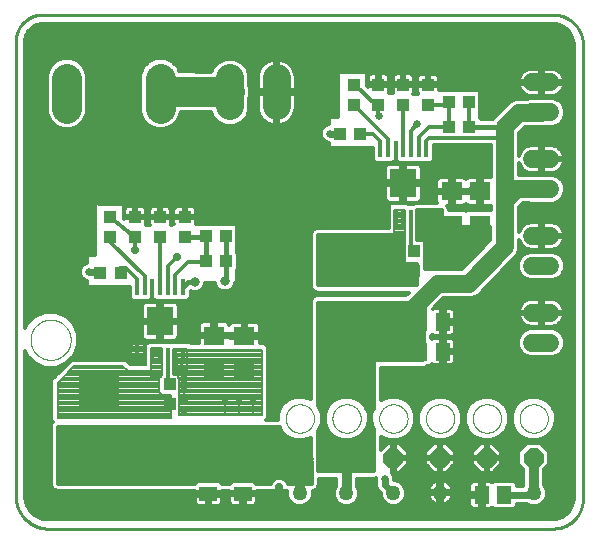
<source format=gtl>
G75*
%MOIN*%
%OFA0B0*%
%FSLAX25Y25*%
%IPPOS*%
%LPD*%
%AMOC8*
5,1,8,0,0,1.08239X$1,22.5*
%
%ADD10C,0.01000*%
%ADD11C,0.00000*%
%ADD12R,0.04331X0.03937*%
%ADD13R,0.05906X0.05118*%
%ADD14R,0.07087X0.06299*%
%ADD15R,0.03937X0.04331*%
%ADD16OC8,0.06600*%
%ADD17C,0.06000*%
%ADD18C,0.10000*%
%ADD19R,0.01381X0.05753*%
%ADD20R,0.09094X0.09685*%
%ADD21C,0.05000*%
%ADD22R,0.13780X0.11811*%
%ADD23R,0.05118X0.05906*%
%ADD24C,0.09449*%
%ADD25C,0.00800*%
%ADD26C,0.01600*%
%ADD27C,0.02500*%
%ADD28C,0.02775*%
%ADD29C,0.01200*%
%ADD30C,0.03750*%
%ADD31C,0.03169*%
%ADD32C,0.02578*%
%ADD33C,0.02972*%
%ADD34C,0.03200*%
%ADD35C,0.02400*%
%ADD36C,0.01378*%
%ADD37C,0.05906*%
D10*
X0023254Y0014828D02*
X0192545Y0014828D01*
X0192783Y0014831D01*
X0193021Y0014839D01*
X0193258Y0014854D01*
X0193495Y0014874D01*
X0193731Y0014900D01*
X0193967Y0014931D01*
X0194202Y0014968D01*
X0194436Y0015011D01*
X0194669Y0015060D01*
X0194901Y0015114D01*
X0195131Y0015174D01*
X0195360Y0015239D01*
X0195587Y0015310D01*
X0195812Y0015386D01*
X0196035Y0015468D01*
X0196257Y0015555D01*
X0196476Y0015647D01*
X0196693Y0015745D01*
X0196907Y0015847D01*
X0197119Y0015955D01*
X0197329Y0016069D01*
X0197535Y0016187D01*
X0197739Y0016310D01*
X0197939Y0016438D01*
X0198136Y0016570D01*
X0198331Y0016708D01*
X0198521Y0016850D01*
X0198709Y0016997D01*
X0198892Y0017148D01*
X0199072Y0017303D01*
X0199248Y0017463D01*
X0199420Y0017627D01*
X0199589Y0017796D01*
X0199753Y0017968D01*
X0199913Y0018144D01*
X0200068Y0018324D01*
X0200219Y0018507D01*
X0200366Y0018695D01*
X0200508Y0018885D01*
X0200646Y0019080D01*
X0200778Y0019277D01*
X0200906Y0019477D01*
X0201029Y0019681D01*
X0201147Y0019887D01*
X0201261Y0020097D01*
X0201369Y0020309D01*
X0201471Y0020523D01*
X0201569Y0020740D01*
X0201661Y0020959D01*
X0201748Y0021181D01*
X0201830Y0021404D01*
X0201906Y0021629D01*
X0201977Y0021856D01*
X0202042Y0022085D01*
X0202102Y0022315D01*
X0202156Y0022547D01*
X0202205Y0022780D01*
X0202248Y0023014D01*
X0202285Y0023249D01*
X0202316Y0023485D01*
X0202342Y0023721D01*
X0202362Y0023958D01*
X0202377Y0024195D01*
X0202385Y0024433D01*
X0202388Y0024671D01*
X0202387Y0024671D02*
X0202387Y0176246D01*
X0202388Y0176246D02*
X0202385Y0176484D01*
X0202377Y0176722D01*
X0202362Y0176959D01*
X0202342Y0177196D01*
X0202316Y0177432D01*
X0202285Y0177668D01*
X0202248Y0177903D01*
X0202205Y0178137D01*
X0202156Y0178370D01*
X0202102Y0178602D01*
X0202042Y0178832D01*
X0201977Y0179061D01*
X0201906Y0179288D01*
X0201830Y0179513D01*
X0201748Y0179736D01*
X0201661Y0179958D01*
X0201569Y0180177D01*
X0201471Y0180394D01*
X0201369Y0180608D01*
X0201261Y0180820D01*
X0201147Y0181030D01*
X0201029Y0181236D01*
X0200906Y0181440D01*
X0200778Y0181640D01*
X0200646Y0181837D01*
X0200508Y0182032D01*
X0200366Y0182222D01*
X0200219Y0182410D01*
X0200068Y0182593D01*
X0199913Y0182773D01*
X0199753Y0182949D01*
X0199589Y0183121D01*
X0199420Y0183290D01*
X0199248Y0183454D01*
X0199072Y0183614D01*
X0198892Y0183769D01*
X0198709Y0183920D01*
X0198521Y0184067D01*
X0198331Y0184209D01*
X0198136Y0184347D01*
X0197939Y0184479D01*
X0197739Y0184607D01*
X0197535Y0184730D01*
X0197329Y0184848D01*
X0197119Y0184962D01*
X0196907Y0185070D01*
X0196693Y0185172D01*
X0196476Y0185270D01*
X0196257Y0185362D01*
X0196035Y0185449D01*
X0195812Y0185531D01*
X0195587Y0185607D01*
X0195360Y0185678D01*
X0195131Y0185743D01*
X0194901Y0185803D01*
X0194669Y0185857D01*
X0194436Y0185906D01*
X0194202Y0185949D01*
X0193967Y0185986D01*
X0193731Y0186017D01*
X0193495Y0186043D01*
X0193258Y0186063D01*
X0193021Y0186078D01*
X0192783Y0186086D01*
X0192545Y0186089D01*
X0192545Y0186088D02*
X0023254Y0186088D01*
X0013411Y0178214D02*
X0013411Y0026639D01*
X0013412Y0026639D02*
X0013391Y0026373D01*
X0013376Y0026107D01*
X0013369Y0025840D01*
X0013367Y0025573D01*
X0013373Y0025307D01*
X0013384Y0025040D01*
X0013403Y0024774D01*
X0013428Y0024508D01*
X0013459Y0024243D01*
X0013497Y0023979D01*
X0013541Y0023716D01*
X0013592Y0023454D01*
X0013649Y0023194D01*
X0013713Y0022934D01*
X0013783Y0022677D01*
X0013859Y0022421D01*
X0013942Y0022167D01*
X0014030Y0021916D01*
X0014125Y0021666D01*
X0014226Y0021419D01*
X0014333Y0021175D01*
X0014446Y0020933D01*
X0014565Y0020694D01*
X0014689Y0020459D01*
X0014820Y0020226D01*
X0014956Y0019996D01*
X0015098Y0019770D01*
X0015245Y0019548D01*
X0015397Y0019329D01*
X0015555Y0019114D01*
X0015718Y0018903D01*
X0015887Y0018696D01*
X0016060Y0018493D01*
X0016238Y0018294D01*
X0016421Y0018100D01*
X0016609Y0017910D01*
X0016801Y0017726D01*
X0016998Y0017545D01*
X0017199Y0017370D01*
X0017405Y0017200D01*
X0017614Y0017035D01*
X0017828Y0016875D01*
X0018045Y0016720D01*
X0018266Y0016571D01*
X0018491Y0016427D01*
X0018719Y0016289D01*
X0018951Y0016156D01*
X0019186Y0016029D01*
X0019423Y0015908D01*
X0019664Y0015793D01*
X0019907Y0015684D01*
X0020153Y0015581D01*
X0020402Y0015483D01*
X0020653Y0015392D01*
X0020906Y0015307D01*
X0021161Y0015229D01*
X0021417Y0015156D01*
X0021676Y0015090D01*
X0021936Y0015031D01*
X0022197Y0014977D01*
X0022460Y0014930D01*
X0022724Y0014890D01*
X0022988Y0014856D01*
X0023254Y0014829D01*
X0013411Y0178214D02*
X0013437Y0178428D01*
X0013468Y0178641D01*
X0013505Y0178853D01*
X0013547Y0179065D01*
X0013594Y0179275D01*
X0013646Y0179484D01*
X0013703Y0179692D01*
X0013765Y0179898D01*
X0013832Y0180103D01*
X0013903Y0180306D01*
X0013980Y0180507D01*
X0014062Y0180706D01*
X0014148Y0180904D01*
X0014239Y0181099D01*
X0014335Y0181292D01*
X0014436Y0181482D01*
X0014541Y0181670D01*
X0014650Y0181856D01*
X0014764Y0182038D01*
X0014883Y0182218D01*
X0015005Y0182395D01*
X0015132Y0182569D01*
X0015263Y0182740D01*
X0015399Y0182908D01*
X0015538Y0183072D01*
X0015681Y0183233D01*
X0015828Y0183391D01*
X0015979Y0183544D01*
X0016133Y0183695D01*
X0016291Y0183841D01*
X0016453Y0183984D01*
X0016617Y0184122D01*
X0016786Y0184257D01*
X0016957Y0184387D01*
X0017131Y0184513D01*
X0017309Y0184635D01*
X0017489Y0184753D01*
X0017673Y0184866D01*
X0017858Y0184975D01*
X0018047Y0185080D01*
X0018238Y0185179D01*
X0018431Y0185274D01*
X0018627Y0185365D01*
X0018824Y0185450D01*
X0019024Y0185531D01*
X0019225Y0185607D01*
X0019429Y0185678D01*
X0019634Y0185744D01*
X0019840Y0185806D01*
X0020048Y0185862D01*
X0020257Y0185913D01*
X0020468Y0185959D01*
X0020679Y0186000D01*
X0020892Y0186036D01*
X0021105Y0186067D01*
X0021319Y0186092D01*
X0021533Y0186113D01*
X0021748Y0186128D01*
X0021963Y0186138D01*
X0022178Y0186143D01*
X0022394Y0186142D01*
X0022609Y0186137D01*
X0022824Y0186126D01*
X0023039Y0186110D01*
X0023253Y0186088D01*
D11*
X0018293Y0077761D02*
X0018295Y0077925D01*
X0018301Y0078089D01*
X0018311Y0078253D01*
X0018325Y0078417D01*
X0018343Y0078580D01*
X0018365Y0078743D01*
X0018392Y0078905D01*
X0018422Y0079067D01*
X0018456Y0079227D01*
X0018494Y0079387D01*
X0018535Y0079546D01*
X0018581Y0079704D01*
X0018631Y0079860D01*
X0018684Y0080016D01*
X0018741Y0080170D01*
X0018802Y0080322D01*
X0018867Y0080473D01*
X0018936Y0080623D01*
X0019008Y0080770D01*
X0019083Y0080916D01*
X0019163Y0081060D01*
X0019245Y0081202D01*
X0019331Y0081342D01*
X0019421Y0081479D01*
X0019514Y0081615D01*
X0019610Y0081748D01*
X0019710Y0081879D01*
X0019812Y0082007D01*
X0019918Y0082133D01*
X0020027Y0082256D01*
X0020139Y0082376D01*
X0020253Y0082494D01*
X0020371Y0082608D01*
X0020491Y0082720D01*
X0020614Y0082829D01*
X0020740Y0082935D01*
X0020868Y0083037D01*
X0020999Y0083137D01*
X0021132Y0083233D01*
X0021268Y0083326D01*
X0021405Y0083416D01*
X0021545Y0083502D01*
X0021687Y0083584D01*
X0021831Y0083664D01*
X0021977Y0083739D01*
X0022124Y0083811D01*
X0022274Y0083880D01*
X0022425Y0083945D01*
X0022577Y0084006D01*
X0022731Y0084063D01*
X0022887Y0084116D01*
X0023043Y0084166D01*
X0023201Y0084212D01*
X0023360Y0084253D01*
X0023520Y0084291D01*
X0023680Y0084325D01*
X0023842Y0084355D01*
X0024004Y0084382D01*
X0024167Y0084404D01*
X0024330Y0084422D01*
X0024494Y0084436D01*
X0024658Y0084446D01*
X0024822Y0084452D01*
X0024986Y0084454D01*
X0025150Y0084452D01*
X0025314Y0084446D01*
X0025478Y0084436D01*
X0025642Y0084422D01*
X0025805Y0084404D01*
X0025968Y0084382D01*
X0026130Y0084355D01*
X0026292Y0084325D01*
X0026452Y0084291D01*
X0026612Y0084253D01*
X0026771Y0084212D01*
X0026929Y0084166D01*
X0027085Y0084116D01*
X0027241Y0084063D01*
X0027395Y0084006D01*
X0027547Y0083945D01*
X0027698Y0083880D01*
X0027848Y0083811D01*
X0027995Y0083739D01*
X0028141Y0083664D01*
X0028285Y0083584D01*
X0028427Y0083502D01*
X0028567Y0083416D01*
X0028704Y0083326D01*
X0028840Y0083233D01*
X0028973Y0083137D01*
X0029104Y0083037D01*
X0029232Y0082935D01*
X0029358Y0082829D01*
X0029481Y0082720D01*
X0029601Y0082608D01*
X0029719Y0082494D01*
X0029833Y0082376D01*
X0029945Y0082256D01*
X0030054Y0082133D01*
X0030160Y0082007D01*
X0030262Y0081879D01*
X0030362Y0081748D01*
X0030458Y0081615D01*
X0030551Y0081479D01*
X0030641Y0081342D01*
X0030727Y0081202D01*
X0030809Y0081060D01*
X0030889Y0080916D01*
X0030964Y0080770D01*
X0031036Y0080623D01*
X0031105Y0080473D01*
X0031170Y0080322D01*
X0031231Y0080170D01*
X0031288Y0080016D01*
X0031341Y0079860D01*
X0031391Y0079704D01*
X0031437Y0079546D01*
X0031478Y0079387D01*
X0031516Y0079227D01*
X0031550Y0079067D01*
X0031580Y0078905D01*
X0031607Y0078743D01*
X0031629Y0078580D01*
X0031647Y0078417D01*
X0031661Y0078253D01*
X0031671Y0078089D01*
X0031677Y0077925D01*
X0031679Y0077761D01*
X0031677Y0077597D01*
X0031671Y0077433D01*
X0031661Y0077269D01*
X0031647Y0077105D01*
X0031629Y0076942D01*
X0031607Y0076779D01*
X0031580Y0076617D01*
X0031550Y0076455D01*
X0031516Y0076295D01*
X0031478Y0076135D01*
X0031437Y0075976D01*
X0031391Y0075818D01*
X0031341Y0075662D01*
X0031288Y0075506D01*
X0031231Y0075352D01*
X0031170Y0075200D01*
X0031105Y0075049D01*
X0031036Y0074899D01*
X0030964Y0074752D01*
X0030889Y0074606D01*
X0030809Y0074462D01*
X0030727Y0074320D01*
X0030641Y0074180D01*
X0030551Y0074043D01*
X0030458Y0073907D01*
X0030362Y0073774D01*
X0030262Y0073643D01*
X0030160Y0073515D01*
X0030054Y0073389D01*
X0029945Y0073266D01*
X0029833Y0073146D01*
X0029719Y0073028D01*
X0029601Y0072914D01*
X0029481Y0072802D01*
X0029358Y0072693D01*
X0029232Y0072587D01*
X0029104Y0072485D01*
X0028973Y0072385D01*
X0028840Y0072289D01*
X0028704Y0072196D01*
X0028567Y0072106D01*
X0028427Y0072020D01*
X0028285Y0071938D01*
X0028141Y0071858D01*
X0027995Y0071783D01*
X0027848Y0071711D01*
X0027698Y0071642D01*
X0027547Y0071577D01*
X0027395Y0071516D01*
X0027241Y0071459D01*
X0027085Y0071406D01*
X0026929Y0071356D01*
X0026771Y0071310D01*
X0026612Y0071269D01*
X0026452Y0071231D01*
X0026292Y0071197D01*
X0026130Y0071167D01*
X0025968Y0071140D01*
X0025805Y0071118D01*
X0025642Y0071100D01*
X0025478Y0071086D01*
X0025314Y0071076D01*
X0025150Y0071070D01*
X0024986Y0071068D01*
X0024822Y0071070D01*
X0024658Y0071076D01*
X0024494Y0071086D01*
X0024330Y0071100D01*
X0024167Y0071118D01*
X0024004Y0071140D01*
X0023842Y0071167D01*
X0023680Y0071197D01*
X0023520Y0071231D01*
X0023360Y0071269D01*
X0023201Y0071310D01*
X0023043Y0071356D01*
X0022887Y0071406D01*
X0022731Y0071459D01*
X0022577Y0071516D01*
X0022425Y0071577D01*
X0022274Y0071642D01*
X0022124Y0071711D01*
X0021977Y0071783D01*
X0021831Y0071858D01*
X0021687Y0071938D01*
X0021545Y0072020D01*
X0021405Y0072106D01*
X0021268Y0072196D01*
X0021132Y0072289D01*
X0020999Y0072385D01*
X0020868Y0072485D01*
X0020740Y0072587D01*
X0020614Y0072693D01*
X0020491Y0072802D01*
X0020371Y0072914D01*
X0020253Y0073028D01*
X0020139Y0073146D01*
X0020027Y0073266D01*
X0019918Y0073389D01*
X0019812Y0073515D01*
X0019710Y0073643D01*
X0019610Y0073774D01*
X0019514Y0073907D01*
X0019421Y0074043D01*
X0019331Y0074180D01*
X0019245Y0074320D01*
X0019163Y0074462D01*
X0019083Y0074606D01*
X0019008Y0074752D01*
X0018936Y0074899D01*
X0018867Y0075049D01*
X0018802Y0075200D01*
X0018741Y0075352D01*
X0018684Y0075506D01*
X0018631Y0075662D01*
X0018581Y0075818D01*
X0018535Y0075976D01*
X0018494Y0076135D01*
X0018456Y0076295D01*
X0018422Y0076455D01*
X0018392Y0076617D01*
X0018365Y0076779D01*
X0018343Y0076942D01*
X0018325Y0077105D01*
X0018311Y0077269D01*
X0018301Y0077433D01*
X0018295Y0077597D01*
X0018293Y0077761D01*
X0103333Y0051521D02*
X0103335Y0051658D01*
X0103341Y0051796D01*
X0103351Y0051933D01*
X0103365Y0052069D01*
X0103383Y0052206D01*
X0103405Y0052341D01*
X0103431Y0052476D01*
X0103460Y0052610D01*
X0103494Y0052744D01*
X0103531Y0052876D01*
X0103573Y0053007D01*
X0103618Y0053137D01*
X0103667Y0053265D01*
X0103719Y0053392D01*
X0103776Y0053517D01*
X0103835Y0053641D01*
X0103899Y0053763D01*
X0103966Y0053883D01*
X0104036Y0054001D01*
X0104110Y0054117D01*
X0104187Y0054231D01*
X0104268Y0054342D01*
X0104351Y0054451D01*
X0104438Y0054558D01*
X0104528Y0054661D01*
X0104621Y0054763D01*
X0104717Y0054861D01*
X0104815Y0054957D01*
X0104917Y0055050D01*
X0105020Y0055140D01*
X0105127Y0055227D01*
X0105236Y0055310D01*
X0105347Y0055391D01*
X0105461Y0055468D01*
X0105577Y0055542D01*
X0105695Y0055612D01*
X0105815Y0055679D01*
X0105937Y0055743D01*
X0106061Y0055802D01*
X0106186Y0055859D01*
X0106313Y0055911D01*
X0106441Y0055960D01*
X0106571Y0056005D01*
X0106702Y0056047D01*
X0106834Y0056084D01*
X0106968Y0056118D01*
X0107102Y0056147D01*
X0107237Y0056173D01*
X0107372Y0056195D01*
X0107509Y0056213D01*
X0107645Y0056227D01*
X0107782Y0056237D01*
X0107920Y0056243D01*
X0108057Y0056245D01*
X0108194Y0056243D01*
X0108332Y0056237D01*
X0108469Y0056227D01*
X0108605Y0056213D01*
X0108742Y0056195D01*
X0108877Y0056173D01*
X0109012Y0056147D01*
X0109146Y0056118D01*
X0109280Y0056084D01*
X0109412Y0056047D01*
X0109543Y0056005D01*
X0109673Y0055960D01*
X0109801Y0055911D01*
X0109928Y0055859D01*
X0110053Y0055802D01*
X0110177Y0055743D01*
X0110299Y0055679D01*
X0110419Y0055612D01*
X0110537Y0055542D01*
X0110653Y0055468D01*
X0110767Y0055391D01*
X0110878Y0055310D01*
X0110987Y0055227D01*
X0111094Y0055140D01*
X0111197Y0055050D01*
X0111299Y0054957D01*
X0111397Y0054861D01*
X0111493Y0054763D01*
X0111586Y0054661D01*
X0111676Y0054558D01*
X0111763Y0054451D01*
X0111846Y0054342D01*
X0111927Y0054231D01*
X0112004Y0054117D01*
X0112078Y0054001D01*
X0112148Y0053883D01*
X0112215Y0053763D01*
X0112279Y0053641D01*
X0112338Y0053517D01*
X0112395Y0053392D01*
X0112447Y0053265D01*
X0112496Y0053137D01*
X0112541Y0053007D01*
X0112583Y0052876D01*
X0112620Y0052744D01*
X0112654Y0052610D01*
X0112683Y0052476D01*
X0112709Y0052341D01*
X0112731Y0052206D01*
X0112749Y0052069D01*
X0112763Y0051933D01*
X0112773Y0051796D01*
X0112779Y0051658D01*
X0112781Y0051521D01*
X0112779Y0051384D01*
X0112773Y0051246D01*
X0112763Y0051109D01*
X0112749Y0050973D01*
X0112731Y0050836D01*
X0112709Y0050701D01*
X0112683Y0050566D01*
X0112654Y0050432D01*
X0112620Y0050298D01*
X0112583Y0050166D01*
X0112541Y0050035D01*
X0112496Y0049905D01*
X0112447Y0049777D01*
X0112395Y0049650D01*
X0112338Y0049525D01*
X0112279Y0049401D01*
X0112215Y0049279D01*
X0112148Y0049159D01*
X0112078Y0049041D01*
X0112004Y0048925D01*
X0111927Y0048811D01*
X0111846Y0048700D01*
X0111763Y0048591D01*
X0111676Y0048484D01*
X0111586Y0048381D01*
X0111493Y0048279D01*
X0111397Y0048181D01*
X0111299Y0048085D01*
X0111197Y0047992D01*
X0111094Y0047902D01*
X0110987Y0047815D01*
X0110878Y0047732D01*
X0110767Y0047651D01*
X0110653Y0047574D01*
X0110537Y0047500D01*
X0110419Y0047430D01*
X0110299Y0047363D01*
X0110177Y0047299D01*
X0110053Y0047240D01*
X0109928Y0047183D01*
X0109801Y0047131D01*
X0109673Y0047082D01*
X0109543Y0047037D01*
X0109412Y0046995D01*
X0109280Y0046958D01*
X0109146Y0046924D01*
X0109012Y0046895D01*
X0108877Y0046869D01*
X0108742Y0046847D01*
X0108605Y0046829D01*
X0108469Y0046815D01*
X0108332Y0046805D01*
X0108194Y0046799D01*
X0108057Y0046797D01*
X0107920Y0046799D01*
X0107782Y0046805D01*
X0107645Y0046815D01*
X0107509Y0046829D01*
X0107372Y0046847D01*
X0107237Y0046869D01*
X0107102Y0046895D01*
X0106968Y0046924D01*
X0106834Y0046958D01*
X0106702Y0046995D01*
X0106571Y0047037D01*
X0106441Y0047082D01*
X0106313Y0047131D01*
X0106186Y0047183D01*
X0106061Y0047240D01*
X0105937Y0047299D01*
X0105815Y0047363D01*
X0105695Y0047430D01*
X0105577Y0047500D01*
X0105461Y0047574D01*
X0105347Y0047651D01*
X0105236Y0047732D01*
X0105127Y0047815D01*
X0105020Y0047902D01*
X0104917Y0047992D01*
X0104815Y0048085D01*
X0104717Y0048181D01*
X0104621Y0048279D01*
X0104528Y0048381D01*
X0104438Y0048484D01*
X0104351Y0048591D01*
X0104268Y0048700D01*
X0104187Y0048811D01*
X0104110Y0048925D01*
X0104036Y0049041D01*
X0103966Y0049159D01*
X0103899Y0049279D01*
X0103835Y0049401D01*
X0103776Y0049525D01*
X0103719Y0049650D01*
X0103667Y0049777D01*
X0103618Y0049905D01*
X0103573Y0050035D01*
X0103531Y0050166D01*
X0103494Y0050298D01*
X0103460Y0050432D01*
X0103431Y0050566D01*
X0103405Y0050701D01*
X0103383Y0050836D01*
X0103365Y0050973D01*
X0103351Y0051109D01*
X0103341Y0051246D01*
X0103335Y0051384D01*
X0103333Y0051521D01*
X0118923Y0051521D02*
X0118925Y0051658D01*
X0118931Y0051796D01*
X0118941Y0051933D01*
X0118955Y0052069D01*
X0118973Y0052206D01*
X0118995Y0052341D01*
X0119021Y0052476D01*
X0119050Y0052610D01*
X0119084Y0052744D01*
X0119121Y0052876D01*
X0119163Y0053007D01*
X0119208Y0053137D01*
X0119257Y0053265D01*
X0119309Y0053392D01*
X0119366Y0053517D01*
X0119425Y0053641D01*
X0119489Y0053763D01*
X0119556Y0053883D01*
X0119626Y0054001D01*
X0119700Y0054117D01*
X0119777Y0054231D01*
X0119858Y0054342D01*
X0119941Y0054451D01*
X0120028Y0054558D01*
X0120118Y0054661D01*
X0120211Y0054763D01*
X0120307Y0054861D01*
X0120405Y0054957D01*
X0120507Y0055050D01*
X0120610Y0055140D01*
X0120717Y0055227D01*
X0120826Y0055310D01*
X0120937Y0055391D01*
X0121051Y0055468D01*
X0121167Y0055542D01*
X0121285Y0055612D01*
X0121405Y0055679D01*
X0121527Y0055743D01*
X0121651Y0055802D01*
X0121776Y0055859D01*
X0121903Y0055911D01*
X0122031Y0055960D01*
X0122161Y0056005D01*
X0122292Y0056047D01*
X0122424Y0056084D01*
X0122558Y0056118D01*
X0122692Y0056147D01*
X0122827Y0056173D01*
X0122962Y0056195D01*
X0123099Y0056213D01*
X0123235Y0056227D01*
X0123372Y0056237D01*
X0123510Y0056243D01*
X0123647Y0056245D01*
X0123784Y0056243D01*
X0123922Y0056237D01*
X0124059Y0056227D01*
X0124195Y0056213D01*
X0124332Y0056195D01*
X0124467Y0056173D01*
X0124602Y0056147D01*
X0124736Y0056118D01*
X0124870Y0056084D01*
X0125002Y0056047D01*
X0125133Y0056005D01*
X0125263Y0055960D01*
X0125391Y0055911D01*
X0125518Y0055859D01*
X0125643Y0055802D01*
X0125767Y0055743D01*
X0125889Y0055679D01*
X0126009Y0055612D01*
X0126127Y0055542D01*
X0126243Y0055468D01*
X0126357Y0055391D01*
X0126468Y0055310D01*
X0126577Y0055227D01*
X0126684Y0055140D01*
X0126787Y0055050D01*
X0126889Y0054957D01*
X0126987Y0054861D01*
X0127083Y0054763D01*
X0127176Y0054661D01*
X0127266Y0054558D01*
X0127353Y0054451D01*
X0127436Y0054342D01*
X0127517Y0054231D01*
X0127594Y0054117D01*
X0127668Y0054001D01*
X0127738Y0053883D01*
X0127805Y0053763D01*
X0127869Y0053641D01*
X0127928Y0053517D01*
X0127985Y0053392D01*
X0128037Y0053265D01*
X0128086Y0053137D01*
X0128131Y0053007D01*
X0128173Y0052876D01*
X0128210Y0052744D01*
X0128244Y0052610D01*
X0128273Y0052476D01*
X0128299Y0052341D01*
X0128321Y0052206D01*
X0128339Y0052069D01*
X0128353Y0051933D01*
X0128363Y0051796D01*
X0128369Y0051658D01*
X0128371Y0051521D01*
X0128369Y0051384D01*
X0128363Y0051246D01*
X0128353Y0051109D01*
X0128339Y0050973D01*
X0128321Y0050836D01*
X0128299Y0050701D01*
X0128273Y0050566D01*
X0128244Y0050432D01*
X0128210Y0050298D01*
X0128173Y0050166D01*
X0128131Y0050035D01*
X0128086Y0049905D01*
X0128037Y0049777D01*
X0127985Y0049650D01*
X0127928Y0049525D01*
X0127869Y0049401D01*
X0127805Y0049279D01*
X0127738Y0049159D01*
X0127668Y0049041D01*
X0127594Y0048925D01*
X0127517Y0048811D01*
X0127436Y0048700D01*
X0127353Y0048591D01*
X0127266Y0048484D01*
X0127176Y0048381D01*
X0127083Y0048279D01*
X0126987Y0048181D01*
X0126889Y0048085D01*
X0126787Y0047992D01*
X0126684Y0047902D01*
X0126577Y0047815D01*
X0126468Y0047732D01*
X0126357Y0047651D01*
X0126243Y0047574D01*
X0126127Y0047500D01*
X0126009Y0047430D01*
X0125889Y0047363D01*
X0125767Y0047299D01*
X0125643Y0047240D01*
X0125518Y0047183D01*
X0125391Y0047131D01*
X0125263Y0047082D01*
X0125133Y0047037D01*
X0125002Y0046995D01*
X0124870Y0046958D01*
X0124736Y0046924D01*
X0124602Y0046895D01*
X0124467Y0046869D01*
X0124332Y0046847D01*
X0124195Y0046829D01*
X0124059Y0046815D01*
X0123922Y0046805D01*
X0123784Y0046799D01*
X0123647Y0046797D01*
X0123510Y0046799D01*
X0123372Y0046805D01*
X0123235Y0046815D01*
X0123099Y0046829D01*
X0122962Y0046847D01*
X0122827Y0046869D01*
X0122692Y0046895D01*
X0122558Y0046924D01*
X0122424Y0046958D01*
X0122292Y0046995D01*
X0122161Y0047037D01*
X0122031Y0047082D01*
X0121903Y0047131D01*
X0121776Y0047183D01*
X0121651Y0047240D01*
X0121527Y0047299D01*
X0121405Y0047363D01*
X0121285Y0047430D01*
X0121167Y0047500D01*
X0121051Y0047574D01*
X0120937Y0047651D01*
X0120826Y0047732D01*
X0120717Y0047815D01*
X0120610Y0047902D01*
X0120507Y0047992D01*
X0120405Y0048085D01*
X0120307Y0048181D01*
X0120211Y0048279D01*
X0120118Y0048381D01*
X0120028Y0048484D01*
X0119941Y0048591D01*
X0119858Y0048700D01*
X0119777Y0048811D01*
X0119700Y0048925D01*
X0119626Y0049041D01*
X0119556Y0049159D01*
X0119489Y0049279D01*
X0119425Y0049401D01*
X0119366Y0049525D01*
X0119309Y0049650D01*
X0119257Y0049777D01*
X0119208Y0049905D01*
X0119163Y0050035D01*
X0119121Y0050166D01*
X0119084Y0050298D01*
X0119050Y0050432D01*
X0119021Y0050566D01*
X0118995Y0050701D01*
X0118973Y0050836D01*
X0118955Y0050973D01*
X0118941Y0051109D01*
X0118931Y0051246D01*
X0118925Y0051384D01*
X0118923Y0051521D01*
X0134514Y0051521D02*
X0134516Y0051658D01*
X0134522Y0051796D01*
X0134532Y0051933D01*
X0134546Y0052069D01*
X0134564Y0052206D01*
X0134586Y0052341D01*
X0134612Y0052476D01*
X0134641Y0052610D01*
X0134675Y0052744D01*
X0134712Y0052876D01*
X0134754Y0053007D01*
X0134799Y0053137D01*
X0134848Y0053265D01*
X0134900Y0053392D01*
X0134957Y0053517D01*
X0135016Y0053641D01*
X0135080Y0053763D01*
X0135147Y0053883D01*
X0135217Y0054001D01*
X0135291Y0054117D01*
X0135368Y0054231D01*
X0135449Y0054342D01*
X0135532Y0054451D01*
X0135619Y0054558D01*
X0135709Y0054661D01*
X0135802Y0054763D01*
X0135898Y0054861D01*
X0135996Y0054957D01*
X0136098Y0055050D01*
X0136201Y0055140D01*
X0136308Y0055227D01*
X0136417Y0055310D01*
X0136528Y0055391D01*
X0136642Y0055468D01*
X0136758Y0055542D01*
X0136876Y0055612D01*
X0136996Y0055679D01*
X0137118Y0055743D01*
X0137242Y0055802D01*
X0137367Y0055859D01*
X0137494Y0055911D01*
X0137622Y0055960D01*
X0137752Y0056005D01*
X0137883Y0056047D01*
X0138015Y0056084D01*
X0138149Y0056118D01*
X0138283Y0056147D01*
X0138418Y0056173D01*
X0138553Y0056195D01*
X0138690Y0056213D01*
X0138826Y0056227D01*
X0138963Y0056237D01*
X0139101Y0056243D01*
X0139238Y0056245D01*
X0139375Y0056243D01*
X0139513Y0056237D01*
X0139650Y0056227D01*
X0139786Y0056213D01*
X0139923Y0056195D01*
X0140058Y0056173D01*
X0140193Y0056147D01*
X0140327Y0056118D01*
X0140461Y0056084D01*
X0140593Y0056047D01*
X0140724Y0056005D01*
X0140854Y0055960D01*
X0140982Y0055911D01*
X0141109Y0055859D01*
X0141234Y0055802D01*
X0141358Y0055743D01*
X0141480Y0055679D01*
X0141600Y0055612D01*
X0141718Y0055542D01*
X0141834Y0055468D01*
X0141948Y0055391D01*
X0142059Y0055310D01*
X0142168Y0055227D01*
X0142275Y0055140D01*
X0142378Y0055050D01*
X0142480Y0054957D01*
X0142578Y0054861D01*
X0142674Y0054763D01*
X0142767Y0054661D01*
X0142857Y0054558D01*
X0142944Y0054451D01*
X0143027Y0054342D01*
X0143108Y0054231D01*
X0143185Y0054117D01*
X0143259Y0054001D01*
X0143329Y0053883D01*
X0143396Y0053763D01*
X0143460Y0053641D01*
X0143519Y0053517D01*
X0143576Y0053392D01*
X0143628Y0053265D01*
X0143677Y0053137D01*
X0143722Y0053007D01*
X0143764Y0052876D01*
X0143801Y0052744D01*
X0143835Y0052610D01*
X0143864Y0052476D01*
X0143890Y0052341D01*
X0143912Y0052206D01*
X0143930Y0052069D01*
X0143944Y0051933D01*
X0143954Y0051796D01*
X0143960Y0051658D01*
X0143962Y0051521D01*
X0143960Y0051384D01*
X0143954Y0051246D01*
X0143944Y0051109D01*
X0143930Y0050973D01*
X0143912Y0050836D01*
X0143890Y0050701D01*
X0143864Y0050566D01*
X0143835Y0050432D01*
X0143801Y0050298D01*
X0143764Y0050166D01*
X0143722Y0050035D01*
X0143677Y0049905D01*
X0143628Y0049777D01*
X0143576Y0049650D01*
X0143519Y0049525D01*
X0143460Y0049401D01*
X0143396Y0049279D01*
X0143329Y0049159D01*
X0143259Y0049041D01*
X0143185Y0048925D01*
X0143108Y0048811D01*
X0143027Y0048700D01*
X0142944Y0048591D01*
X0142857Y0048484D01*
X0142767Y0048381D01*
X0142674Y0048279D01*
X0142578Y0048181D01*
X0142480Y0048085D01*
X0142378Y0047992D01*
X0142275Y0047902D01*
X0142168Y0047815D01*
X0142059Y0047732D01*
X0141948Y0047651D01*
X0141834Y0047574D01*
X0141718Y0047500D01*
X0141600Y0047430D01*
X0141480Y0047363D01*
X0141358Y0047299D01*
X0141234Y0047240D01*
X0141109Y0047183D01*
X0140982Y0047131D01*
X0140854Y0047082D01*
X0140724Y0047037D01*
X0140593Y0046995D01*
X0140461Y0046958D01*
X0140327Y0046924D01*
X0140193Y0046895D01*
X0140058Y0046869D01*
X0139923Y0046847D01*
X0139786Y0046829D01*
X0139650Y0046815D01*
X0139513Y0046805D01*
X0139375Y0046799D01*
X0139238Y0046797D01*
X0139101Y0046799D01*
X0138963Y0046805D01*
X0138826Y0046815D01*
X0138690Y0046829D01*
X0138553Y0046847D01*
X0138418Y0046869D01*
X0138283Y0046895D01*
X0138149Y0046924D01*
X0138015Y0046958D01*
X0137883Y0046995D01*
X0137752Y0047037D01*
X0137622Y0047082D01*
X0137494Y0047131D01*
X0137367Y0047183D01*
X0137242Y0047240D01*
X0137118Y0047299D01*
X0136996Y0047363D01*
X0136876Y0047430D01*
X0136758Y0047500D01*
X0136642Y0047574D01*
X0136528Y0047651D01*
X0136417Y0047732D01*
X0136308Y0047815D01*
X0136201Y0047902D01*
X0136098Y0047992D01*
X0135996Y0048085D01*
X0135898Y0048181D01*
X0135802Y0048279D01*
X0135709Y0048381D01*
X0135619Y0048484D01*
X0135532Y0048591D01*
X0135449Y0048700D01*
X0135368Y0048811D01*
X0135291Y0048925D01*
X0135217Y0049041D01*
X0135147Y0049159D01*
X0135080Y0049279D01*
X0135016Y0049401D01*
X0134957Y0049525D01*
X0134900Y0049650D01*
X0134848Y0049777D01*
X0134799Y0049905D01*
X0134754Y0050035D01*
X0134712Y0050166D01*
X0134675Y0050298D01*
X0134641Y0050432D01*
X0134612Y0050566D01*
X0134586Y0050701D01*
X0134564Y0050836D01*
X0134546Y0050973D01*
X0134532Y0051109D01*
X0134522Y0051246D01*
X0134516Y0051384D01*
X0134514Y0051521D01*
X0150104Y0051521D02*
X0150106Y0051658D01*
X0150112Y0051796D01*
X0150122Y0051933D01*
X0150136Y0052069D01*
X0150154Y0052206D01*
X0150176Y0052341D01*
X0150202Y0052476D01*
X0150231Y0052610D01*
X0150265Y0052744D01*
X0150302Y0052876D01*
X0150344Y0053007D01*
X0150389Y0053137D01*
X0150438Y0053265D01*
X0150490Y0053392D01*
X0150547Y0053517D01*
X0150606Y0053641D01*
X0150670Y0053763D01*
X0150737Y0053883D01*
X0150807Y0054001D01*
X0150881Y0054117D01*
X0150958Y0054231D01*
X0151039Y0054342D01*
X0151122Y0054451D01*
X0151209Y0054558D01*
X0151299Y0054661D01*
X0151392Y0054763D01*
X0151488Y0054861D01*
X0151586Y0054957D01*
X0151688Y0055050D01*
X0151791Y0055140D01*
X0151898Y0055227D01*
X0152007Y0055310D01*
X0152118Y0055391D01*
X0152232Y0055468D01*
X0152348Y0055542D01*
X0152466Y0055612D01*
X0152586Y0055679D01*
X0152708Y0055743D01*
X0152832Y0055802D01*
X0152957Y0055859D01*
X0153084Y0055911D01*
X0153212Y0055960D01*
X0153342Y0056005D01*
X0153473Y0056047D01*
X0153605Y0056084D01*
X0153739Y0056118D01*
X0153873Y0056147D01*
X0154008Y0056173D01*
X0154143Y0056195D01*
X0154280Y0056213D01*
X0154416Y0056227D01*
X0154553Y0056237D01*
X0154691Y0056243D01*
X0154828Y0056245D01*
X0154965Y0056243D01*
X0155103Y0056237D01*
X0155240Y0056227D01*
X0155376Y0056213D01*
X0155513Y0056195D01*
X0155648Y0056173D01*
X0155783Y0056147D01*
X0155917Y0056118D01*
X0156051Y0056084D01*
X0156183Y0056047D01*
X0156314Y0056005D01*
X0156444Y0055960D01*
X0156572Y0055911D01*
X0156699Y0055859D01*
X0156824Y0055802D01*
X0156948Y0055743D01*
X0157070Y0055679D01*
X0157190Y0055612D01*
X0157308Y0055542D01*
X0157424Y0055468D01*
X0157538Y0055391D01*
X0157649Y0055310D01*
X0157758Y0055227D01*
X0157865Y0055140D01*
X0157968Y0055050D01*
X0158070Y0054957D01*
X0158168Y0054861D01*
X0158264Y0054763D01*
X0158357Y0054661D01*
X0158447Y0054558D01*
X0158534Y0054451D01*
X0158617Y0054342D01*
X0158698Y0054231D01*
X0158775Y0054117D01*
X0158849Y0054001D01*
X0158919Y0053883D01*
X0158986Y0053763D01*
X0159050Y0053641D01*
X0159109Y0053517D01*
X0159166Y0053392D01*
X0159218Y0053265D01*
X0159267Y0053137D01*
X0159312Y0053007D01*
X0159354Y0052876D01*
X0159391Y0052744D01*
X0159425Y0052610D01*
X0159454Y0052476D01*
X0159480Y0052341D01*
X0159502Y0052206D01*
X0159520Y0052069D01*
X0159534Y0051933D01*
X0159544Y0051796D01*
X0159550Y0051658D01*
X0159552Y0051521D01*
X0159550Y0051384D01*
X0159544Y0051246D01*
X0159534Y0051109D01*
X0159520Y0050973D01*
X0159502Y0050836D01*
X0159480Y0050701D01*
X0159454Y0050566D01*
X0159425Y0050432D01*
X0159391Y0050298D01*
X0159354Y0050166D01*
X0159312Y0050035D01*
X0159267Y0049905D01*
X0159218Y0049777D01*
X0159166Y0049650D01*
X0159109Y0049525D01*
X0159050Y0049401D01*
X0158986Y0049279D01*
X0158919Y0049159D01*
X0158849Y0049041D01*
X0158775Y0048925D01*
X0158698Y0048811D01*
X0158617Y0048700D01*
X0158534Y0048591D01*
X0158447Y0048484D01*
X0158357Y0048381D01*
X0158264Y0048279D01*
X0158168Y0048181D01*
X0158070Y0048085D01*
X0157968Y0047992D01*
X0157865Y0047902D01*
X0157758Y0047815D01*
X0157649Y0047732D01*
X0157538Y0047651D01*
X0157424Y0047574D01*
X0157308Y0047500D01*
X0157190Y0047430D01*
X0157070Y0047363D01*
X0156948Y0047299D01*
X0156824Y0047240D01*
X0156699Y0047183D01*
X0156572Y0047131D01*
X0156444Y0047082D01*
X0156314Y0047037D01*
X0156183Y0046995D01*
X0156051Y0046958D01*
X0155917Y0046924D01*
X0155783Y0046895D01*
X0155648Y0046869D01*
X0155513Y0046847D01*
X0155376Y0046829D01*
X0155240Y0046815D01*
X0155103Y0046805D01*
X0154965Y0046799D01*
X0154828Y0046797D01*
X0154691Y0046799D01*
X0154553Y0046805D01*
X0154416Y0046815D01*
X0154280Y0046829D01*
X0154143Y0046847D01*
X0154008Y0046869D01*
X0153873Y0046895D01*
X0153739Y0046924D01*
X0153605Y0046958D01*
X0153473Y0046995D01*
X0153342Y0047037D01*
X0153212Y0047082D01*
X0153084Y0047131D01*
X0152957Y0047183D01*
X0152832Y0047240D01*
X0152708Y0047299D01*
X0152586Y0047363D01*
X0152466Y0047430D01*
X0152348Y0047500D01*
X0152232Y0047574D01*
X0152118Y0047651D01*
X0152007Y0047732D01*
X0151898Y0047815D01*
X0151791Y0047902D01*
X0151688Y0047992D01*
X0151586Y0048085D01*
X0151488Y0048181D01*
X0151392Y0048279D01*
X0151299Y0048381D01*
X0151209Y0048484D01*
X0151122Y0048591D01*
X0151039Y0048700D01*
X0150958Y0048811D01*
X0150881Y0048925D01*
X0150807Y0049041D01*
X0150737Y0049159D01*
X0150670Y0049279D01*
X0150606Y0049401D01*
X0150547Y0049525D01*
X0150490Y0049650D01*
X0150438Y0049777D01*
X0150389Y0049905D01*
X0150344Y0050035D01*
X0150302Y0050166D01*
X0150265Y0050298D01*
X0150231Y0050432D01*
X0150202Y0050566D01*
X0150176Y0050701D01*
X0150154Y0050836D01*
X0150136Y0050973D01*
X0150122Y0051109D01*
X0150112Y0051246D01*
X0150106Y0051384D01*
X0150104Y0051521D01*
X0165695Y0051521D02*
X0165697Y0051658D01*
X0165703Y0051796D01*
X0165713Y0051933D01*
X0165727Y0052069D01*
X0165745Y0052206D01*
X0165767Y0052341D01*
X0165793Y0052476D01*
X0165822Y0052610D01*
X0165856Y0052744D01*
X0165893Y0052876D01*
X0165935Y0053007D01*
X0165980Y0053137D01*
X0166029Y0053265D01*
X0166081Y0053392D01*
X0166138Y0053517D01*
X0166197Y0053641D01*
X0166261Y0053763D01*
X0166328Y0053883D01*
X0166398Y0054001D01*
X0166472Y0054117D01*
X0166549Y0054231D01*
X0166630Y0054342D01*
X0166713Y0054451D01*
X0166800Y0054558D01*
X0166890Y0054661D01*
X0166983Y0054763D01*
X0167079Y0054861D01*
X0167177Y0054957D01*
X0167279Y0055050D01*
X0167382Y0055140D01*
X0167489Y0055227D01*
X0167598Y0055310D01*
X0167709Y0055391D01*
X0167823Y0055468D01*
X0167939Y0055542D01*
X0168057Y0055612D01*
X0168177Y0055679D01*
X0168299Y0055743D01*
X0168423Y0055802D01*
X0168548Y0055859D01*
X0168675Y0055911D01*
X0168803Y0055960D01*
X0168933Y0056005D01*
X0169064Y0056047D01*
X0169196Y0056084D01*
X0169330Y0056118D01*
X0169464Y0056147D01*
X0169599Y0056173D01*
X0169734Y0056195D01*
X0169871Y0056213D01*
X0170007Y0056227D01*
X0170144Y0056237D01*
X0170282Y0056243D01*
X0170419Y0056245D01*
X0170556Y0056243D01*
X0170694Y0056237D01*
X0170831Y0056227D01*
X0170967Y0056213D01*
X0171104Y0056195D01*
X0171239Y0056173D01*
X0171374Y0056147D01*
X0171508Y0056118D01*
X0171642Y0056084D01*
X0171774Y0056047D01*
X0171905Y0056005D01*
X0172035Y0055960D01*
X0172163Y0055911D01*
X0172290Y0055859D01*
X0172415Y0055802D01*
X0172539Y0055743D01*
X0172661Y0055679D01*
X0172781Y0055612D01*
X0172899Y0055542D01*
X0173015Y0055468D01*
X0173129Y0055391D01*
X0173240Y0055310D01*
X0173349Y0055227D01*
X0173456Y0055140D01*
X0173559Y0055050D01*
X0173661Y0054957D01*
X0173759Y0054861D01*
X0173855Y0054763D01*
X0173948Y0054661D01*
X0174038Y0054558D01*
X0174125Y0054451D01*
X0174208Y0054342D01*
X0174289Y0054231D01*
X0174366Y0054117D01*
X0174440Y0054001D01*
X0174510Y0053883D01*
X0174577Y0053763D01*
X0174641Y0053641D01*
X0174700Y0053517D01*
X0174757Y0053392D01*
X0174809Y0053265D01*
X0174858Y0053137D01*
X0174903Y0053007D01*
X0174945Y0052876D01*
X0174982Y0052744D01*
X0175016Y0052610D01*
X0175045Y0052476D01*
X0175071Y0052341D01*
X0175093Y0052206D01*
X0175111Y0052069D01*
X0175125Y0051933D01*
X0175135Y0051796D01*
X0175141Y0051658D01*
X0175143Y0051521D01*
X0175141Y0051384D01*
X0175135Y0051246D01*
X0175125Y0051109D01*
X0175111Y0050973D01*
X0175093Y0050836D01*
X0175071Y0050701D01*
X0175045Y0050566D01*
X0175016Y0050432D01*
X0174982Y0050298D01*
X0174945Y0050166D01*
X0174903Y0050035D01*
X0174858Y0049905D01*
X0174809Y0049777D01*
X0174757Y0049650D01*
X0174700Y0049525D01*
X0174641Y0049401D01*
X0174577Y0049279D01*
X0174510Y0049159D01*
X0174440Y0049041D01*
X0174366Y0048925D01*
X0174289Y0048811D01*
X0174208Y0048700D01*
X0174125Y0048591D01*
X0174038Y0048484D01*
X0173948Y0048381D01*
X0173855Y0048279D01*
X0173759Y0048181D01*
X0173661Y0048085D01*
X0173559Y0047992D01*
X0173456Y0047902D01*
X0173349Y0047815D01*
X0173240Y0047732D01*
X0173129Y0047651D01*
X0173015Y0047574D01*
X0172899Y0047500D01*
X0172781Y0047430D01*
X0172661Y0047363D01*
X0172539Y0047299D01*
X0172415Y0047240D01*
X0172290Y0047183D01*
X0172163Y0047131D01*
X0172035Y0047082D01*
X0171905Y0047037D01*
X0171774Y0046995D01*
X0171642Y0046958D01*
X0171508Y0046924D01*
X0171374Y0046895D01*
X0171239Y0046869D01*
X0171104Y0046847D01*
X0170967Y0046829D01*
X0170831Y0046815D01*
X0170694Y0046805D01*
X0170556Y0046799D01*
X0170419Y0046797D01*
X0170282Y0046799D01*
X0170144Y0046805D01*
X0170007Y0046815D01*
X0169871Y0046829D01*
X0169734Y0046847D01*
X0169599Y0046869D01*
X0169464Y0046895D01*
X0169330Y0046924D01*
X0169196Y0046958D01*
X0169064Y0046995D01*
X0168933Y0047037D01*
X0168803Y0047082D01*
X0168675Y0047131D01*
X0168548Y0047183D01*
X0168423Y0047240D01*
X0168299Y0047299D01*
X0168177Y0047363D01*
X0168057Y0047430D01*
X0167939Y0047500D01*
X0167823Y0047574D01*
X0167709Y0047651D01*
X0167598Y0047732D01*
X0167489Y0047815D01*
X0167382Y0047902D01*
X0167279Y0047992D01*
X0167177Y0048085D01*
X0167079Y0048181D01*
X0166983Y0048279D01*
X0166890Y0048381D01*
X0166800Y0048484D01*
X0166713Y0048591D01*
X0166630Y0048700D01*
X0166549Y0048811D01*
X0166472Y0048925D01*
X0166398Y0049041D01*
X0166328Y0049159D01*
X0166261Y0049279D01*
X0166197Y0049401D01*
X0166138Y0049525D01*
X0166081Y0049650D01*
X0166029Y0049777D01*
X0165980Y0049905D01*
X0165935Y0050035D01*
X0165893Y0050166D01*
X0165856Y0050298D01*
X0165822Y0050432D01*
X0165793Y0050566D01*
X0165767Y0050701D01*
X0165745Y0050836D01*
X0165727Y0050973D01*
X0165713Y0051109D01*
X0165703Y0051246D01*
X0165697Y0051384D01*
X0165695Y0051521D01*
X0181285Y0051521D02*
X0181287Y0051658D01*
X0181293Y0051796D01*
X0181303Y0051933D01*
X0181317Y0052069D01*
X0181335Y0052206D01*
X0181357Y0052341D01*
X0181383Y0052476D01*
X0181412Y0052610D01*
X0181446Y0052744D01*
X0181483Y0052876D01*
X0181525Y0053007D01*
X0181570Y0053137D01*
X0181619Y0053265D01*
X0181671Y0053392D01*
X0181728Y0053517D01*
X0181787Y0053641D01*
X0181851Y0053763D01*
X0181918Y0053883D01*
X0181988Y0054001D01*
X0182062Y0054117D01*
X0182139Y0054231D01*
X0182220Y0054342D01*
X0182303Y0054451D01*
X0182390Y0054558D01*
X0182480Y0054661D01*
X0182573Y0054763D01*
X0182669Y0054861D01*
X0182767Y0054957D01*
X0182869Y0055050D01*
X0182972Y0055140D01*
X0183079Y0055227D01*
X0183188Y0055310D01*
X0183299Y0055391D01*
X0183413Y0055468D01*
X0183529Y0055542D01*
X0183647Y0055612D01*
X0183767Y0055679D01*
X0183889Y0055743D01*
X0184013Y0055802D01*
X0184138Y0055859D01*
X0184265Y0055911D01*
X0184393Y0055960D01*
X0184523Y0056005D01*
X0184654Y0056047D01*
X0184786Y0056084D01*
X0184920Y0056118D01*
X0185054Y0056147D01*
X0185189Y0056173D01*
X0185324Y0056195D01*
X0185461Y0056213D01*
X0185597Y0056227D01*
X0185734Y0056237D01*
X0185872Y0056243D01*
X0186009Y0056245D01*
X0186146Y0056243D01*
X0186284Y0056237D01*
X0186421Y0056227D01*
X0186557Y0056213D01*
X0186694Y0056195D01*
X0186829Y0056173D01*
X0186964Y0056147D01*
X0187098Y0056118D01*
X0187232Y0056084D01*
X0187364Y0056047D01*
X0187495Y0056005D01*
X0187625Y0055960D01*
X0187753Y0055911D01*
X0187880Y0055859D01*
X0188005Y0055802D01*
X0188129Y0055743D01*
X0188251Y0055679D01*
X0188371Y0055612D01*
X0188489Y0055542D01*
X0188605Y0055468D01*
X0188719Y0055391D01*
X0188830Y0055310D01*
X0188939Y0055227D01*
X0189046Y0055140D01*
X0189149Y0055050D01*
X0189251Y0054957D01*
X0189349Y0054861D01*
X0189445Y0054763D01*
X0189538Y0054661D01*
X0189628Y0054558D01*
X0189715Y0054451D01*
X0189798Y0054342D01*
X0189879Y0054231D01*
X0189956Y0054117D01*
X0190030Y0054001D01*
X0190100Y0053883D01*
X0190167Y0053763D01*
X0190231Y0053641D01*
X0190290Y0053517D01*
X0190347Y0053392D01*
X0190399Y0053265D01*
X0190448Y0053137D01*
X0190493Y0053007D01*
X0190535Y0052876D01*
X0190572Y0052744D01*
X0190606Y0052610D01*
X0190635Y0052476D01*
X0190661Y0052341D01*
X0190683Y0052206D01*
X0190701Y0052069D01*
X0190715Y0051933D01*
X0190725Y0051796D01*
X0190731Y0051658D01*
X0190733Y0051521D01*
X0190731Y0051384D01*
X0190725Y0051246D01*
X0190715Y0051109D01*
X0190701Y0050973D01*
X0190683Y0050836D01*
X0190661Y0050701D01*
X0190635Y0050566D01*
X0190606Y0050432D01*
X0190572Y0050298D01*
X0190535Y0050166D01*
X0190493Y0050035D01*
X0190448Y0049905D01*
X0190399Y0049777D01*
X0190347Y0049650D01*
X0190290Y0049525D01*
X0190231Y0049401D01*
X0190167Y0049279D01*
X0190100Y0049159D01*
X0190030Y0049041D01*
X0189956Y0048925D01*
X0189879Y0048811D01*
X0189798Y0048700D01*
X0189715Y0048591D01*
X0189628Y0048484D01*
X0189538Y0048381D01*
X0189445Y0048279D01*
X0189349Y0048181D01*
X0189251Y0048085D01*
X0189149Y0047992D01*
X0189046Y0047902D01*
X0188939Y0047815D01*
X0188830Y0047732D01*
X0188719Y0047651D01*
X0188605Y0047574D01*
X0188489Y0047500D01*
X0188371Y0047430D01*
X0188251Y0047363D01*
X0188129Y0047299D01*
X0188005Y0047240D01*
X0187880Y0047183D01*
X0187753Y0047131D01*
X0187625Y0047082D01*
X0187495Y0047037D01*
X0187364Y0046995D01*
X0187232Y0046958D01*
X0187098Y0046924D01*
X0186964Y0046895D01*
X0186829Y0046869D01*
X0186694Y0046847D01*
X0186557Y0046829D01*
X0186421Y0046815D01*
X0186284Y0046805D01*
X0186146Y0046799D01*
X0186009Y0046797D01*
X0185872Y0046799D01*
X0185734Y0046805D01*
X0185597Y0046815D01*
X0185461Y0046829D01*
X0185324Y0046847D01*
X0185189Y0046869D01*
X0185054Y0046895D01*
X0184920Y0046924D01*
X0184786Y0046958D01*
X0184654Y0046995D01*
X0184523Y0047037D01*
X0184393Y0047082D01*
X0184265Y0047131D01*
X0184138Y0047183D01*
X0184013Y0047240D01*
X0183889Y0047299D01*
X0183767Y0047363D01*
X0183647Y0047430D01*
X0183529Y0047500D01*
X0183413Y0047574D01*
X0183299Y0047651D01*
X0183188Y0047732D01*
X0183079Y0047815D01*
X0182972Y0047902D01*
X0182869Y0047992D01*
X0182767Y0048085D01*
X0182669Y0048181D01*
X0182573Y0048279D01*
X0182480Y0048381D01*
X0182390Y0048484D01*
X0182303Y0048591D01*
X0182220Y0048700D01*
X0182139Y0048811D01*
X0182062Y0048925D01*
X0181988Y0049041D01*
X0181918Y0049159D01*
X0181851Y0049279D01*
X0181787Y0049401D01*
X0181728Y0049525D01*
X0181671Y0049650D01*
X0181619Y0049777D01*
X0181570Y0049905D01*
X0181525Y0050035D01*
X0181483Y0050166D01*
X0181446Y0050298D01*
X0181412Y0050432D01*
X0181383Y0050566D01*
X0181357Y0050701D01*
X0181335Y0050836D01*
X0181317Y0050973D01*
X0181303Y0051109D01*
X0181293Y0051246D01*
X0181287Y0051384D01*
X0181285Y0051521D01*
D12*
X0083372Y0103883D03*
X0076679Y0103883D03*
X0069710Y0112033D03*
X0069710Y0118726D03*
X0044907Y0118726D03*
X0044907Y0112033D03*
X0126009Y0156128D03*
X0126009Y0162820D03*
X0150813Y0162820D03*
X0150813Y0156128D03*
X0157702Y0148844D03*
X0164395Y0148844D03*
D13*
X0089116Y0033937D03*
X0089116Y0026456D03*
X0077584Y0026403D03*
X0077584Y0033883D03*
D14*
X0079474Y0068096D03*
X0089592Y0067978D03*
X0089592Y0079002D03*
X0079474Y0079120D03*
X0158687Y0116167D03*
X0168135Y0116167D03*
X0168135Y0127191D03*
X0158687Y0127191D03*
D15*
X0146088Y0107309D03*
X0146088Y0100616D03*
X0128175Y0146482D03*
X0121482Y0146482D03*
X0134277Y0156128D03*
X0134277Y0162820D03*
X0142545Y0162820D03*
X0142545Y0156128D03*
X0157702Y0157112D03*
X0164395Y0157112D03*
X0083411Y0112226D03*
X0076718Y0112226D03*
X0061443Y0112033D03*
X0061443Y0118726D03*
X0053175Y0118726D03*
X0053175Y0112033D03*
X0048285Y0100092D03*
X0041592Y0100092D03*
X0064628Y0062998D03*
X0064628Y0056305D03*
D16*
X0108057Y0038332D03*
X0123647Y0038332D03*
X0139238Y0038332D03*
X0154789Y0038332D03*
X0170380Y0038332D03*
X0185970Y0038332D03*
D17*
X0185608Y0076757D02*
X0191608Y0076757D01*
X0191608Y0086757D02*
X0185608Y0086757D01*
X0185608Y0102348D02*
X0191608Y0102348D01*
X0191608Y0112348D02*
X0185608Y0112348D01*
X0185608Y0127939D02*
X0191608Y0127939D01*
X0191608Y0137939D02*
X0185608Y0137939D01*
X0185608Y0153529D02*
X0191608Y0153529D01*
X0191608Y0163529D02*
X0185608Y0163529D01*
D18*
X0084750Y0160261D02*
X0064198Y0160498D01*
X0061624Y0159801D01*
X0061624Y0164801D02*
X0061624Y0154801D01*
X0030443Y0154801D02*
X0030443Y0164801D01*
D19*
X0053805Y0095399D03*
X0056364Y0095399D03*
X0058923Y0095399D03*
X0061482Y0095399D03*
X0064041Y0095399D03*
X0066600Y0095399D03*
X0069159Y0095399D03*
X0069159Y0072368D03*
X0066600Y0072368D03*
X0064041Y0072368D03*
X0061482Y0072368D03*
X0058923Y0072368D03*
X0056364Y0072368D03*
X0053805Y0072368D03*
X0134868Y0118431D03*
X0137427Y0118431D03*
X0139986Y0118431D03*
X0142545Y0118431D03*
X0145104Y0118431D03*
X0147663Y0118431D03*
X0150222Y0118431D03*
X0150222Y0141462D03*
X0147663Y0141462D03*
X0145104Y0141462D03*
X0142545Y0141462D03*
X0139986Y0141462D03*
X0137427Y0141462D03*
X0134868Y0141462D03*
D20*
X0142545Y0129946D03*
X0061482Y0083883D03*
D21*
X0108038Y0026555D03*
X0123608Y0026600D03*
X0139277Y0026639D03*
X0154868Y0026836D03*
X0186128Y0026600D03*
D22*
X0125616Y0081915D03*
X0125616Y0103569D03*
X0040970Y0060891D03*
X0040970Y0039238D03*
D23*
X0148254Y0073844D03*
X0155734Y0073844D03*
X0155734Y0083687D03*
X0148254Y0083687D03*
X0168726Y0026009D03*
X0176206Y0026009D03*
D24*
X0100340Y0155537D02*
X0100340Y0164986D01*
X0084750Y0164986D02*
X0084750Y0155537D01*
D25*
X0139395Y0121128D02*
X0139395Y0111679D01*
X0143135Y0111679D01*
X0143135Y0121128D01*
X0139395Y0121128D01*
X0139395Y0120975D02*
X0143135Y0120975D01*
X0143135Y0120176D02*
X0139395Y0120176D01*
X0139395Y0119378D02*
X0143135Y0119378D01*
X0143135Y0118579D02*
X0139395Y0118579D01*
X0139395Y0117781D02*
X0143135Y0117781D01*
X0143135Y0116982D02*
X0139395Y0116982D01*
X0139395Y0116184D02*
X0143135Y0116184D01*
X0143135Y0115385D02*
X0139395Y0115385D01*
X0139395Y0114587D02*
X0143135Y0114587D01*
X0143135Y0113788D02*
X0139395Y0113788D01*
X0139395Y0112990D02*
X0143135Y0112990D01*
X0143135Y0112191D02*
X0139395Y0112191D01*
X0095301Y0074435D02*
X0095301Y0052683D01*
X0067939Y0052683D01*
X0067939Y0064691D01*
X0067596Y0064855D01*
X0067596Y0065577D01*
X0067010Y0066163D01*
X0066042Y0066163D01*
X0065950Y0074435D01*
X0095301Y0074435D01*
X0095301Y0073863D02*
X0065957Y0073863D01*
X0065872Y0073863D02*
X0070498Y0073863D01*
X0070498Y0074661D02*
X0065872Y0074661D01*
X0065872Y0074828D02*
X0070498Y0074828D01*
X0070498Y0066265D01*
X0065872Y0066265D01*
X0065872Y0074828D01*
X0065872Y0073064D02*
X0070498Y0073064D01*
X0070498Y0072266D02*
X0065872Y0072266D01*
X0065975Y0072266D02*
X0095301Y0072266D01*
X0095301Y0073064D02*
X0065966Y0073064D01*
X0065983Y0071467D02*
X0095301Y0071467D01*
X0095301Y0070669D02*
X0065992Y0070669D01*
X0065872Y0070669D02*
X0070498Y0070669D01*
X0070498Y0071467D02*
X0065872Y0071467D01*
X0065872Y0069870D02*
X0070498Y0069870D01*
X0070498Y0069072D02*
X0065872Y0069072D01*
X0066010Y0069072D02*
X0095301Y0069072D01*
X0095301Y0069870D02*
X0066001Y0069870D01*
X0066019Y0068273D02*
X0095301Y0068273D01*
X0095301Y0067475D02*
X0066028Y0067475D01*
X0065872Y0067475D02*
X0070498Y0067475D01*
X0070498Y0068273D02*
X0065872Y0068273D01*
X0065872Y0066676D02*
X0070498Y0066676D01*
X0067596Y0065079D02*
X0095301Y0065079D01*
X0095301Y0064280D02*
X0067939Y0064280D01*
X0067939Y0063482D02*
X0095301Y0063482D01*
X0095301Y0062683D02*
X0067939Y0062683D01*
X0067939Y0061885D02*
X0095301Y0061885D01*
X0095301Y0061086D02*
X0067939Y0061086D01*
X0067939Y0060288D02*
X0095301Y0060288D01*
X0095301Y0059489D02*
X0067939Y0059489D01*
X0067939Y0058691D02*
X0095301Y0058691D01*
X0095301Y0057892D02*
X0067939Y0057892D01*
X0067939Y0057094D02*
X0095301Y0057094D01*
X0095301Y0056295D02*
X0067939Y0056295D01*
X0067939Y0055497D02*
X0095301Y0055497D01*
X0095301Y0054698D02*
X0067939Y0054698D01*
X0067939Y0053900D02*
X0095301Y0053900D01*
X0095301Y0053101D02*
X0067939Y0053101D01*
X0064986Y0053101D02*
X0027456Y0053101D01*
X0027461Y0052303D02*
X0064986Y0052303D01*
X0064986Y0051600D02*
X0064986Y0059432D01*
X0062079Y0059432D01*
X0061259Y0060252D01*
X0061259Y0065743D01*
X0062041Y0066525D01*
X0062041Y0067348D01*
X0050616Y0067348D01*
X0048844Y0068962D01*
X0032899Y0068962D01*
X0027387Y0063450D01*
X0027466Y0051600D01*
X0064986Y0051600D01*
X0064986Y0053900D02*
X0027451Y0053900D01*
X0027446Y0054698D02*
X0064986Y0054698D01*
X0064986Y0055497D02*
X0027440Y0055497D01*
X0027435Y0056295D02*
X0064986Y0056295D01*
X0064986Y0057094D02*
X0027430Y0057094D01*
X0027424Y0057892D02*
X0064986Y0057892D01*
X0064986Y0058691D02*
X0027419Y0058691D01*
X0027414Y0059489D02*
X0062022Y0059489D01*
X0061259Y0060288D02*
X0027408Y0060288D01*
X0027403Y0061086D02*
X0061259Y0061086D01*
X0061259Y0061885D02*
X0027398Y0061885D01*
X0027393Y0062683D02*
X0061259Y0062683D01*
X0061259Y0063482D02*
X0027419Y0063482D01*
X0028218Y0064280D02*
X0061259Y0064280D01*
X0061259Y0065079D02*
X0029016Y0065079D01*
X0029815Y0065878D02*
X0061394Y0065878D01*
X0061659Y0065577D02*
X0061659Y0065419D01*
X0058490Y0065419D01*
X0058490Y0074868D01*
X0062033Y0074868D01*
X0062033Y0065951D01*
X0061659Y0065577D01*
X0061959Y0065878D02*
X0058490Y0065878D01*
X0058490Y0066676D02*
X0062033Y0066676D01*
X0062041Y0066676D02*
X0030613Y0066676D01*
X0031412Y0067475D02*
X0050477Y0067475D01*
X0049600Y0068273D02*
X0032210Y0068273D01*
X0051600Y0069218D02*
X0051600Y0077584D01*
X0056620Y0077584D01*
X0056620Y0069218D01*
X0051600Y0069218D01*
X0051600Y0069870D02*
X0056620Y0069870D01*
X0056620Y0070669D02*
X0051600Y0070669D01*
X0051600Y0071467D02*
X0056620Y0071467D01*
X0056620Y0072266D02*
X0051600Y0072266D01*
X0051600Y0073064D02*
X0056620Y0073064D01*
X0056620Y0073863D02*
X0051600Y0073863D01*
X0051600Y0074661D02*
X0056620Y0074661D01*
X0056620Y0075460D02*
X0051600Y0075460D01*
X0051600Y0076258D02*
X0056620Y0076258D01*
X0056620Y0077057D02*
X0051600Y0077057D01*
X0058490Y0074661D02*
X0062033Y0074661D01*
X0062033Y0073863D02*
X0058490Y0073863D01*
X0058490Y0073064D02*
X0062033Y0073064D01*
X0062033Y0072266D02*
X0058490Y0072266D01*
X0058490Y0071467D02*
X0062033Y0071467D01*
X0062033Y0070669D02*
X0058490Y0070669D01*
X0058490Y0069870D02*
X0062033Y0069870D01*
X0062033Y0069072D02*
X0058490Y0069072D01*
X0058490Y0068273D02*
X0062033Y0068273D01*
X0062033Y0067475D02*
X0058490Y0067475D01*
X0066037Y0066676D02*
X0095301Y0066676D01*
X0095301Y0065878D02*
X0067296Y0065878D01*
D26*
X0068238Y0066899D02*
X0066694Y0067946D01*
X0066600Y0070155D01*
X0066600Y0072368D01*
X0068285Y0068911D02*
X0069088Y0068167D01*
X0064628Y0062998D02*
X0064041Y0062427D01*
X0061037Y0074446D02*
X0059813Y0074446D01*
X0069159Y0095399D02*
X0070911Y0097151D01*
X0073126Y0097111D01*
X0076679Y0103883D02*
X0077820Y0103844D01*
X0076797Y0104946D02*
X0076797Y0112935D01*
X0076718Y0112226D02*
X0076131Y0112033D01*
X0069710Y0112033D01*
X0083411Y0112226D02*
X0083505Y0113273D01*
X0083505Y0105325D01*
X0083372Y0103883D01*
X0083372Y0097545D01*
X0083096Y0097269D01*
X0053175Y0112033D02*
X0053131Y0113145D01*
X0164395Y0148844D02*
X0176246Y0148844D01*
X0176268Y0148842D01*
X0176290Y0148838D01*
X0176311Y0148830D01*
X0176331Y0148819D01*
X0176349Y0148806D01*
X0176365Y0148790D01*
X0176378Y0148772D01*
X0176389Y0148752D01*
X0176397Y0148731D01*
X0176401Y0148709D01*
X0176403Y0148687D01*
X0176403Y0144058D02*
X0176401Y0144023D01*
X0176396Y0143989D01*
X0176387Y0143955D01*
X0176374Y0143923D01*
X0176359Y0143892D01*
X0176340Y0143863D01*
X0176318Y0143836D01*
X0176293Y0143811D01*
X0176266Y0143789D01*
X0176237Y0143770D01*
X0176206Y0143755D01*
X0176174Y0143742D01*
X0176140Y0143733D01*
X0176106Y0143728D01*
X0176071Y0143726D01*
D27*
X0145301Y0132939D03*
X0142545Y0132939D03*
X0139789Y0132939D03*
X0139789Y0129986D03*
X0142545Y0129986D03*
X0145301Y0129986D03*
X0145301Y0127033D03*
X0142545Y0127033D03*
X0139789Y0127033D03*
X0064198Y0086876D03*
X0061443Y0086876D03*
X0061443Y0083923D03*
X0064198Y0083923D03*
X0064198Y0080970D03*
X0061443Y0080970D03*
X0058687Y0080970D03*
X0058687Y0083923D03*
X0058687Y0086876D03*
D28*
X0067230Y0105458D03*
X0053175Y0107545D03*
X0049852Y0124734D03*
X0049852Y0129458D03*
X0038041Y0129458D03*
X0038041Y0124734D03*
X0019513Y0119317D03*
X0019513Y0133096D03*
X0019513Y0146876D03*
X0019513Y0160655D03*
X0019513Y0170498D03*
X0019513Y0180340D03*
X0033293Y0180340D03*
X0047072Y0180340D03*
X0060852Y0180340D03*
X0074631Y0180340D03*
X0088411Y0180340D03*
X0102191Y0180340D03*
X0115970Y0180340D03*
X0129750Y0180340D03*
X0143529Y0180340D03*
X0157309Y0180340D03*
X0171088Y0180340D03*
X0184868Y0180340D03*
X0195301Y0180340D03*
X0198057Y0172860D03*
X0198057Y0164592D03*
X0198057Y0150813D03*
X0198057Y0137033D03*
X0198057Y0123254D03*
X0198057Y0109474D03*
X0198057Y0095694D03*
X0198057Y0081915D03*
X0198057Y0068135D03*
X0198057Y0054356D03*
X0198057Y0040576D03*
X0198057Y0026797D03*
X0184671Y0020301D03*
X0170891Y0020301D03*
X0163450Y0028765D03*
X0162348Y0035143D03*
X0162466Y0044002D03*
X0173923Y0033883D03*
X0157112Y0020301D03*
X0144080Y0028765D03*
X0146757Y0035222D03*
X0146836Y0044080D03*
X0128490Y0028765D03*
X0129553Y0020301D03*
X0143332Y0020301D03*
X0115773Y0020301D03*
X0114868Y0028765D03*
X0101246Y0028765D03*
X0101994Y0020301D03*
X0088214Y0020301D03*
X0074435Y0020301D03*
X0060655Y0020301D03*
X0046876Y0020301D03*
X0033096Y0020301D03*
X0019513Y0022860D03*
X0019513Y0036639D03*
X0019513Y0050419D03*
X0019513Y0064198D03*
X0019513Y0091757D03*
X0019513Y0105537D03*
X0061663Y0124734D03*
X0061663Y0129458D03*
X0073474Y0129458D03*
X0073474Y0124340D03*
X0085285Y0124340D03*
X0085285Y0129458D03*
X0049750Y0155576D03*
X0137387Y0065931D03*
X0146836Y0061797D03*
X0154986Y0063096D03*
X0162466Y0061718D03*
X0162860Y0073726D03*
X0162860Y0079631D03*
X0162860Y0083569D03*
X0162860Y0089474D03*
D29*
X0020097Y0019079D02*
X0018268Y0020680D01*
X0017022Y0022768D01*
X0016484Y0025139D01*
X0016494Y0025981D01*
X0016511Y0026023D01*
X0016511Y0026499D01*
X0016554Y0026973D01*
X0016511Y0027111D01*
X0016511Y0073938D01*
X0017108Y0072497D01*
X0019722Y0069883D01*
X0023137Y0068469D01*
X0026834Y0068469D01*
X0030250Y0069883D01*
X0032864Y0072497D01*
X0034279Y0075913D01*
X0034279Y0079610D01*
X0032864Y0083025D01*
X0030250Y0085640D01*
X0026834Y0087054D01*
X0023137Y0087054D01*
X0019722Y0085640D01*
X0017108Y0083025D01*
X0016511Y0081585D01*
X0016511Y0177971D01*
X0016664Y0178768D01*
X0017413Y0180425D01*
X0018638Y0181769D01*
X0020218Y0182669D01*
X0022000Y0183036D01*
X0022564Y0183018D01*
X0022637Y0182988D01*
X0023082Y0182988D01*
X0023524Y0182939D01*
X0023694Y0182988D01*
X0192545Y0182988D01*
X0193600Y0182905D01*
X0195606Y0182253D01*
X0197313Y0181013D01*
X0198553Y0179307D01*
X0199204Y0177300D01*
X0199287Y0176246D01*
X0199287Y0024671D01*
X0199204Y0023616D01*
X0198553Y0021610D01*
X0197313Y0019903D01*
X0195606Y0018663D01*
X0193600Y0018011D01*
X0192545Y0017928D01*
X0023460Y0017928D01*
X0022332Y0018121D01*
X0020097Y0019079D01*
X0020828Y0018765D02*
X0195746Y0018765D01*
X0197357Y0019964D02*
X0019086Y0019964D01*
X0017980Y0021162D02*
X0198227Y0021162D01*
X0198797Y0022361D02*
X0187130Y0022361D01*
X0186983Y0022300D02*
X0188563Y0022955D01*
X0189773Y0024164D01*
X0190428Y0025745D01*
X0190428Y0027455D01*
X0189773Y0029036D01*
X0189370Y0029439D01*
X0189370Y0034520D01*
X0191070Y0036220D01*
X0191070Y0040445D01*
X0188083Y0043432D01*
X0183858Y0043432D01*
X0180870Y0040445D01*
X0180870Y0036220D01*
X0182570Y0034520D01*
X0182570Y0029124D01*
X0182482Y0029036D01*
X0182471Y0029009D01*
X0180565Y0029009D01*
X0180565Y0029708D01*
X0179511Y0030762D01*
X0172902Y0030762D01*
X0172325Y0030185D01*
X0172267Y0030243D01*
X0171903Y0030453D01*
X0171496Y0030562D01*
X0169326Y0030562D01*
X0169326Y0026609D01*
X0168126Y0026609D01*
X0168126Y0025409D01*
X0169326Y0025409D01*
X0169326Y0021457D01*
X0171496Y0021457D01*
X0171903Y0021566D01*
X0172267Y0021776D01*
X0172325Y0021834D01*
X0172902Y0021257D01*
X0179511Y0021257D01*
X0180565Y0022311D01*
X0180565Y0023009D01*
X0183637Y0023009D01*
X0183692Y0022955D01*
X0185272Y0022300D01*
X0186983Y0022300D01*
X0185125Y0022361D02*
X0180565Y0022361D01*
X0180565Y0029552D02*
X0182570Y0029552D01*
X0182570Y0030750D02*
X0179523Y0030750D01*
X0182570Y0031949D02*
X0139531Y0031949D01*
X0139531Y0031978D02*
X0139061Y0033114D01*
X0138742Y0033432D01*
X0138834Y0033432D01*
X0138834Y0037928D01*
X0139642Y0037928D01*
X0139642Y0038736D01*
X0144138Y0038736D01*
X0144138Y0040362D01*
X0141267Y0043232D01*
X0139642Y0043232D01*
X0139642Y0038736D01*
X0138834Y0038736D01*
X0138834Y0043232D01*
X0137208Y0043232D01*
X0135102Y0041126D01*
X0135102Y0045306D01*
X0137781Y0044197D01*
X0140695Y0044197D01*
X0143387Y0045312D01*
X0145447Y0047372D01*
X0146562Y0050064D01*
X0146562Y0052978D01*
X0145447Y0055670D01*
X0143387Y0057731D01*
X0140695Y0058846D01*
X0137781Y0058846D01*
X0135102Y0057736D01*
X0135102Y0068491D01*
X0149213Y0068491D01*
X0149666Y0068482D01*
X0149690Y0068491D01*
X0149715Y0068491D01*
X0150134Y0068665D01*
X0150555Y0068829D01*
X0150574Y0068847D01*
X0150597Y0068857D01*
X0150832Y0069091D01*
X0151558Y0069091D01*
X0152135Y0069668D01*
X0152192Y0069611D01*
X0152557Y0069400D01*
X0152964Y0069291D01*
X0155134Y0069291D01*
X0155134Y0073244D01*
X0156334Y0073244D01*
X0156334Y0074444D01*
X0159893Y0074444D01*
X0159893Y0077007D01*
X0159784Y0077414D01*
X0159573Y0077779D01*
X0159275Y0078077D01*
X0158910Y0078288D01*
X0158504Y0078397D01*
X0156334Y0078397D01*
X0156334Y0074444D01*
X0155134Y0074444D01*
X0155134Y0078397D01*
X0152964Y0078397D01*
X0152557Y0078288D01*
X0152192Y0078077D01*
X0152135Y0078020D01*
X0151791Y0078364D01*
X0151808Y0079183D01*
X0152135Y0079511D01*
X0152192Y0079454D01*
X0152557Y0079243D01*
X0152964Y0079134D01*
X0155134Y0079134D01*
X0155134Y0083087D01*
X0156334Y0083087D01*
X0156334Y0084287D01*
X0155134Y0084287D01*
X0155134Y0088239D01*
X0152964Y0088239D01*
X0152557Y0088130D01*
X0152397Y0088038D01*
X0155931Y0091572D01*
X0163687Y0091572D01*
X0163725Y0091557D01*
X0164631Y0091572D01*
X0165538Y0091572D01*
X0165575Y0091587D01*
X0165615Y0091588D01*
X0166447Y0091948D01*
X0167284Y0092295D01*
X0167313Y0092324D01*
X0167350Y0092340D01*
X0167980Y0092991D01*
X0168621Y0093632D01*
X0168637Y0093670D01*
X0179792Y0105196D01*
X0180432Y0105837D01*
X0180448Y0105874D01*
X0180476Y0105903D01*
X0180809Y0106747D01*
X0181156Y0107584D01*
X0181156Y0107624D01*
X0181171Y0107662D01*
X0181156Y0108568D01*
X0181156Y0111164D01*
X0181345Y0110582D01*
X0181674Y0109937D01*
X0182099Y0109351D01*
X0182611Y0108839D01*
X0183197Y0108414D01*
X0183842Y0108085D01*
X0184531Y0107861D01*
X0185246Y0107748D01*
X0188208Y0107748D01*
X0188208Y0111948D01*
X0189008Y0111948D01*
X0189008Y0112748D01*
X0196202Y0112748D01*
X0196095Y0113425D01*
X0195871Y0114114D01*
X0195542Y0114759D01*
X0195117Y0115345D01*
X0194605Y0115857D01*
X0194019Y0116282D01*
X0193374Y0116611D01*
X0192685Y0116835D01*
X0191970Y0116948D01*
X0189008Y0116948D01*
X0189008Y0112748D01*
X0188208Y0112748D01*
X0188208Y0116948D01*
X0185246Y0116948D01*
X0184531Y0116835D01*
X0183842Y0116611D01*
X0183197Y0116282D01*
X0182611Y0115857D01*
X0182099Y0115345D01*
X0181674Y0114759D01*
X0181345Y0114114D01*
X0181156Y0113532D01*
X0181156Y0122001D01*
X0182341Y0123186D01*
X0184539Y0123186D01*
X0184653Y0123139D01*
X0192563Y0123139D01*
X0194327Y0123869D01*
X0195677Y0125220D01*
X0196408Y0126984D01*
X0196408Y0128893D01*
X0195677Y0130658D01*
X0194327Y0132008D01*
X0192563Y0132739D01*
X0184653Y0132739D01*
X0184539Y0132691D01*
X0181156Y0132691D01*
X0181156Y0136754D01*
X0181345Y0136173D01*
X0181674Y0135528D01*
X0182099Y0134942D01*
X0182611Y0134430D01*
X0183197Y0134004D01*
X0183842Y0133676D01*
X0184531Y0133452D01*
X0185246Y0133339D01*
X0188208Y0133339D01*
X0188208Y0137538D01*
X0189008Y0137538D01*
X0189008Y0133339D01*
X0191970Y0133339D01*
X0192685Y0133452D01*
X0193374Y0133676D01*
X0194019Y0134004D01*
X0194605Y0134430D01*
X0195117Y0134942D01*
X0195542Y0135528D01*
X0195871Y0136173D01*
X0196095Y0136861D01*
X0196202Y0137539D01*
X0189008Y0137539D01*
X0189008Y0138339D01*
X0188208Y0138339D01*
X0188208Y0142539D01*
X0185246Y0142539D01*
X0184531Y0142425D01*
X0183842Y0142202D01*
X0183197Y0141873D01*
X0182611Y0141447D01*
X0182099Y0140935D01*
X0181674Y0140349D01*
X0181345Y0139704D01*
X0181156Y0139123D01*
X0181156Y0146718D01*
X0183096Y0148658D01*
X0189435Y0148658D01*
X0189606Y0148729D01*
X0192563Y0148729D01*
X0194327Y0149460D01*
X0195677Y0150810D01*
X0196408Y0152574D01*
X0196408Y0154484D01*
X0195677Y0156248D01*
X0194327Y0157598D01*
X0192563Y0158329D01*
X0184653Y0158329D01*
X0184254Y0158164D01*
X0180182Y0158164D01*
X0178435Y0157440D01*
X0177098Y0156103D01*
X0172439Y0151444D01*
X0168361Y0151444D01*
X0168361Y0151558D01*
X0168248Y0151671D01*
X0168248Y0160634D01*
X0167721Y0161161D01*
X0154578Y0161161D01*
X0154578Y0162436D01*
X0151197Y0162436D01*
X0151197Y0163205D01*
X0150428Y0163205D01*
X0150428Y0162436D01*
X0147047Y0162436D01*
X0147047Y0160641D01*
X0147156Y0160234D01*
X0147367Y0159870D01*
X0147496Y0159741D01*
X0145848Y0159766D01*
X0146004Y0160038D01*
X0146113Y0160444D01*
X0146113Y0162436D01*
X0142929Y0162436D01*
X0142929Y0163205D01*
X0142161Y0163205D01*
X0142161Y0166586D01*
X0140366Y0166586D01*
X0139959Y0166477D01*
X0139594Y0166266D01*
X0139296Y0165968D01*
X0139085Y0165603D01*
X0138976Y0165196D01*
X0138976Y0163205D01*
X0142161Y0163205D01*
X0142161Y0162436D01*
X0138976Y0162436D01*
X0138976Y0160444D01*
X0139085Y0160038D01*
X0139183Y0159869D01*
X0137653Y0159893D01*
X0137737Y0160038D01*
X0137846Y0160444D01*
X0137846Y0162436D01*
X0134661Y0162436D01*
X0134661Y0163205D01*
X0133893Y0163205D01*
X0133893Y0166586D01*
X0132098Y0166586D01*
X0131691Y0166477D01*
X0131326Y0166266D01*
X0131028Y0165968D01*
X0130818Y0165603D01*
X0130709Y0165196D01*
X0130709Y0163205D01*
X0133893Y0163205D01*
X0133893Y0162436D01*
X0130709Y0162436D01*
X0130709Y0162035D01*
X0130370Y0162374D01*
X0130444Y0165628D01*
X0130453Y0165637D01*
X0130453Y0165999D01*
X0130461Y0166362D01*
X0130453Y0166370D01*
X0130453Y0166382D01*
X0130197Y0166638D01*
X0129946Y0166901D01*
X0129934Y0166901D01*
X0129926Y0166909D01*
X0129563Y0166909D01*
X0129201Y0166918D01*
X0129192Y0166909D01*
X0121306Y0166909D01*
X0120779Y0166382D01*
X0120779Y0151949D01*
X0118156Y0151949D01*
X0117629Y0151422D01*
X0117629Y0149571D01*
X0117521Y0149571D01*
X0116386Y0149101D01*
X0115517Y0148232D01*
X0115046Y0147096D01*
X0115046Y0145867D01*
X0115517Y0144732D01*
X0116386Y0143863D01*
X0117521Y0143393D01*
X0117629Y0143393D01*
X0117629Y0142954D01*
X0117627Y0142952D01*
X0117629Y0142582D01*
X0117629Y0142211D01*
X0117631Y0142209D01*
X0117631Y0142206D01*
X0117894Y0141946D01*
X0118156Y0141684D01*
X0118159Y0141684D01*
X0118162Y0141682D01*
X0118532Y0141684D01*
X0118902Y0141684D01*
X0118904Y0141686D01*
X0132377Y0141767D01*
X0132377Y0137840D01*
X0133432Y0136786D01*
X0138863Y0136786D01*
X0139067Y0136990D01*
X0139085Y0136986D01*
X0139986Y0136986D01*
X0140887Y0136986D01*
X0140904Y0136990D01*
X0141109Y0136786D01*
X0151658Y0136786D01*
X0152713Y0137840D01*
X0152713Y0142654D01*
X0171650Y0142654D01*
X0171650Y0131940D01*
X0168735Y0131940D01*
X0168735Y0127791D01*
X0167535Y0127791D01*
X0167535Y0131940D01*
X0164381Y0131940D01*
X0163975Y0131831D01*
X0163610Y0131620D01*
X0163411Y0131422D01*
X0163212Y0131620D01*
X0162847Y0131831D01*
X0162441Y0131940D01*
X0159287Y0131940D01*
X0159287Y0127791D01*
X0158087Y0127791D01*
X0158087Y0131940D01*
X0154933Y0131940D01*
X0154526Y0131831D01*
X0154161Y0131620D01*
X0153863Y0131323D01*
X0153652Y0130958D01*
X0153543Y0130551D01*
X0153543Y0127791D01*
X0158087Y0127791D01*
X0158087Y0126591D01*
X0153543Y0126591D01*
X0153543Y0123830D01*
X0153652Y0123423D01*
X0153729Y0123291D01*
X0146595Y0123291D01*
X0146150Y0123107D01*
X0144267Y0123107D01*
X0144047Y0123328D01*
X0138484Y0123328D01*
X0138064Y0122907D01*
X0137427Y0122907D01*
X0137427Y0122270D01*
X0137427Y0122907D01*
X0136526Y0122907D01*
X0136147Y0122806D01*
X0135769Y0122907D01*
X0134868Y0122907D01*
X0134868Y0118431D01*
X0134868Y0118431D01*
X0137195Y0118431D01*
X0137195Y0118431D01*
X0135136Y0118431D01*
X0134868Y0118431D01*
X0134868Y0118431D01*
X0134868Y0122907D01*
X0133967Y0122907D01*
X0133560Y0122798D01*
X0133195Y0122587D01*
X0132897Y0122290D01*
X0132686Y0121925D01*
X0132577Y0121518D01*
X0132577Y0118431D01*
X0134868Y0118431D01*
X0134868Y0118431D01*
X0132577Y0118431D01*
X0132577Y0115344D01*
X0132663Y0115024D01*
X0113721Y0115024D01*
X0112839Y0114658D01*
X0112164Y0113983D01*
X0111798Y0113101D01*
X0111798Y0095414D01*
X0112164Y0094532D01*
X0112839Y0093857D01*
X0113721Y0093491D01*
X0144408Y0093491D01*
X0143499Y0092583D01*
X0113721Y0092583D01*
X0112839Y0092217D01*
X0112164Y0091542D01*
X0111798Y0090660D01*
X0111798Y0057899D01*
X0109514Y0058846D01*
X0106600Y0058846D01*
X0103908Y0057731D01*
X0101847Y0055670D01*
X0100732Y0052978D01*
X0100732Y0051047D01*
X0096777Y0051047D01*
X0097501Y0051771D01*
X0097501Y0075346D01*
X0096212Y0076635D01*
X0094735Y0076635D01*
X0094735Y0078402D01*
X0090192Y0078402D01*
X0090192Y0079602D01*
X0088992Y0079602D01*
X0088992Y0083751D01*
X0085838Y0083751D01*
X0085431Y0083642D01*
X0085066Y0083431D01*
X0084769Y0083134D01*
X0084558Y0082769D01*
X0084549Y0082735D01*
X0084508Y0082887D01*
X0084298Y0083252D01*
X0084000Y0083550D01*
X0083635Y0083760D01*
X0083228Y0083869D01*
X0080074Y0083869D01*
X0080074Y0079720D01*
X0078874Y0079720D01*
X0078874Y0083869D01*
X0075720Y0083869D01*
X0075313Y0083760D01*
X0074948Y0083550D01*
X0074650Y0083252D01*
X0074440Y0082887D01*
X0074331Y0082480D01*
X0074331Y0079720D01*
X0078874Y0079720D01*
X0078874Y0078520D01*
X0074331Y0078520D01*
X0074331Y0076635D01*
X0071803Y0076635D01*
X0071409Y0077028D01*
X0070611Y0077028D01*
X0070595Y0077044D01*
X0062968Y0077044D01*
X0062944Y0077068D01*
X0057578Y0077068D01*
X0057555Y0077044D01*
X0057487Y0077044D01*
X0057282Y0076840D01*
X0057265Y0076844D01*
X0056364Y0076844D01*
X0056364Y0075853D01*
X0056364Y0075853D01*
X0056364Y0076844D01*
X0055463Y0076844D01*
X0055084Y0076743D01*
X0054706Y0076844D01*
X0053805Y0076844D01*
X0053805Y0072368D01*
X0053805Y0072368D01*
X0056290Y0072368D01*
X0056290Y0072368D01*
X0054073Y0072368D01*
X0053805Y0072368D01*
X0053805Y0072368D01*
X0053805Y0076844D01*
X0052904Y0076844D01*
X0052497Y0076735D01*
X0052132Y0076524D01*
X0051834Y0076227D01*
X0051623Y0075862D01*
X0051514Y0075455D01*
X0051514Y0072368D01*
X0053805Y0072368D01*
X0053805Y0072368D01*
X0051514Y0072368D01*
X0051514Y0069548D01*
X0051468Y0069548D01*
X0050364Y0070554D01*
X0049755Y0071162D01*
X0049696Y0071162D01*
X0049652Y0071202D01*
X0048793Y0071162D01*
X0031988Y0071162D01*
X0026470Y0065644D01*
X0026462Y0065644D01*
X0025827Y0065001D01*
X0025187Y0064362D01*
X0025187Y0064353D01*
X0025181Y0064347D01*
X0025187Y0063443D01*
X0025187Y0062539D01*
X0025193Y0062533D01*
X0025266Y0051592D01*
X0025266Y0050689D01*
X0025272Y0050683D01*
X0025272Y0050674D01*
X0025639Y0050312D01*
X0025333Y0050007D01*
X0025328Y0049995D01*
X0025319Y0049985D01*
X0025146Y0049554D01*
X0024968Y0049125D01*
X0024968Y0049112D01*
X0024963Y0049100D01*
X0024968Y0048634D01*
X0024968Y0048170D01*
X0024973Y0048158D01*
X0025165Y0029737D01*
X0025165Y0029272D01*
X0025170Y0029260D01*
X0025170Y0029247D01*
X0025352Y0028820D01*
X0025530Y0028390D01*
X0025539Y0028381D01*
X0025544Y0028369D01*
X0025876Y0028044D01*
X0026205Y0027715D01*
X0026217Y0027710D01*
X0026226Y0027701D01*
X0026658Y0027527D01*
X0027087Y0027350D01*
X0027100Y0027350D01*
X0027112Y0027345D01*
X0027577Y0027350D01*
X0073031Y0027350D01*
X0073031Y0027003D01*
X0076984Y0027003D01*
X0076984Y0025803D01*
X0073031Y0025803D01*
X0073031Y0023633D01*
X0073141Y0023227D01*
X0073351Y0022862D01*
X0073649Y0022564D01*
X0074014Y0022353D01*
X0074421Y0022244D01*
X0076984Y0022244D01*
X0076984Y0025803D01*
X0078184Y0025803D01*
X0078184Y0022244D01*
X0080748Y0022244D01*
X0081155Y0022353D01*
X0081519Y0022564D01*
X0081817Y0022862D01*
X0082028Y0023227D01*
X0082137Y0023633D01*
X0082137Y0025803D01*
X0078184Y0025803D01*
X0078184Y0027003D01*
X0082137Y0027003D01*
X0082137Y0027350D01*
X0084563Y0027350D01*
X0084563Y0027056D01*
X0088516Y0027056D01*
X0088516Y0025856D01*
X0089716Y0025856D01*
X0089716Y0022297D01*
X0092280Y0022297D01*
X0092686Y0022406D01*
X0093051Y0022617D01*
X0093349Y0022915D01*
X0093560Y0023280D01*
X0093669Y0023687D01*
X0093669Y0025856D01*
X0089716Y0025856D01*
X0089716Y0027056D01*
X0093669Y0027056D01*
X0093669Y0027350D01*
X0103738Y0027350D01*
X0103738Y0025699D01*
X0104392Y0024119D01*
X0105602Y0022909D01*
X0107182Y0022255D01*
X0108893Y0022255D01*
X0110474Y0022909D01*
X0111683Y0024119D01*
X0112338Y0025699D01*
X0112338Y0027350D01*
X0112510Y0027350D01*
X0112522Y0027355D01*
X0112535Y0027355D01*
X0112963Y0027537D01*
X0113393Y0027715D01*
X0113402Y0027724D01*
X0113414Y0027729D01*
X0113739Y0028061D01*
X0114068Y0028390D01*
X0114073Y0028402D01*
X0114082Y0028411D01*
X0114255Y0028843D01*
X0114433Y0029272D01*
X0114433Y0029285D01*
X0114438Y0029297D01*
X0114433Y0029763D01*
X0114433Y0030227D01*
X0114428Y0030239D01*
X0114415Y0031483D01*
X0120247Y0031483D01*
X0120247Y0029320D01*
X0119963Y0029036D01*
X0119308Y0027455D01*
X0119308Y0025745D01*
X0119963Y0024164D01*
X0121172Y0022955D01*
X0122753Y0022300D01*
X0124463Y0022300D01*
X0126044Y0022955D01*
X0127253Y0024164D01*
X0127908Y0025745D01*
X0127908Y0027455D01*
X0127253Y0029036D01*
X0127047Y0029242D01*
X0127047Y0031483D01*
X0133180Y0031483D01*
X0133354Y0031555D01*
X0133354Y0030749D01*
X0133443Y0030535D01*
X0133443Y0028877D01*
X0133899Y0027775D01*
X0134977Y0026697D01*
X0134977Y0025784D01*
X0135632Y0024204D01*
X0136841Y0022994D01*
X0138422Y0022339D01*
X0140132Y0022339D01*
X0141713Y0022994D01*
X0142923Y0024204D01*
X0143577Y0025784D01*
X0143577Y0027495D01*
X0142923Y0029075D01*
X0141713Y0030285D01*
X0140132Y0030939D01*
X0139531Y0030939D01*
X0139531Y0031978D01*
X0139027Y0033147D02*
X0182570Y0033147D01*
X0182570Y0034346D02*
X0173323Y0034346D01*
X0172409Y0033432D02*
X0175280Y0036303D01*
X0175280Y0037928D01*
X0170784Y0037928D01*
X0170784Y0038736D01*
X0175280Y0038736D01*
X0175280Y0040362D01*
X0172409Y0043232D01*
X0170783Y0043232D01*
X0170783Y0038736D01*
X0169976Y0038736D01*
X0169976Y0043232D01*
X0168350Y0043232D01*
X0165480Y0040362D01*
X0165480Y0038736D01*
X0169976Y0038736D01*
X0169976Y0037928D01*
X0170783Y0037928D01*
X0170783Y0033432D01*
X0172409Y0033432D01*
X0170783Y0034346D02*
X0169976Y0034346D01*
X0169976Y0033432D02*
X0169976Y0037928D01*
X0165480Y0037928D01*
X0165480Y0036303D01*
X0168350Y0033432D01*
X0169976Y0033432D01*
X0169976Y0035545D02*
X0170783Y0035545D01*
X0170783Y0036743D02*
X0169976Y0036743D01*
X0169976Y0037942D02*
X0155193Y0037942D01*
X0155193Y0037928D02*
X0155193Y0038736D01*
X0159689Y0038736D01*
X0159689Y0040362D01*
X0156819Y0043232D01*
X0155193Y0043232D01*
X0155193Y0038736D01*
X0154385Y0038736D01*
X0154385Y0037928D01*
X0155193Y0037928D01*
X0155193Y0033432D01*
X0156819Y0033432D01*
X0159689Y0036303D01*
X0159689Y0037928D01*
X0155193Y0037928D01*
X0154385Y0037928D02*
X0154385Y0033432D01*
X0152759Y0033432D01*
X0149889Y0036303D01*
X0149889Y0037928D01*
X0154385Y0037928D01*
X0154385Y0037942D02*
X0139642Y0037942D01*
X0139642Y0037928D02*
X0144138Y0037928D01*
X0144138Y0036303D01*
X0141267Y0033432D01*
X0139642Y0033432D01*
X0139642Y0037928D01*
X0139642Y0036743D02*
X0138834Y0036743D01*
X0138834Y0035545D02*
X0139642Y0035545D01*
X0139642Y0034346D02*
X0138834Y0034346D01*
X0140589Y0030750D02*
X0153647Y0030750D01*
X0153908Y0030835D02*
X0153294Y0030636D01*
X0152719Y0030343D01*
X0152197Y0029964D01*
X0151740Y0029507D01*
X0151361Y0028985D01*
X0151068Y0028410D01*
X0150869Y0027796D01*
X0150812Y0027436D01*
X0154268Y0027436D01*
X0154268Y0026236D01*
X0155468Y0026236D01*
X0155468Y0027436D01*
X0158924Y0027436D01*
X0158867Y0027796D01*
X0158667Y0028410D01*
X0158374Y0028985D01*
X0157995Y0029507D01*
X0157539Y0029964D01*
X0157017Y0030343D01*
X0156442Y0030636D01*
X0155828Y0030835D01*
X0155468Y0030892D01*
X0155468Y0027436D01*
X0154268Y0027436D01*
X0154268Y0030892D01*
X0153908Y0030835D01*
X0154268Y0030750D02*
X0155468Y0030750D01*
X0156089Y0030750D02*
X0172890Y0030750D01*
X0169326Y0029552D02*
X0168126Y0029552D01*
X0168126Y0030562D02*
X0165956Y0030562D01*
X0165549Y0030453D01*
X0165184Y0030243D01*
X0164887Y0029945D01*
X0164676Y0029580D01*
X0164567Y0029173D01*
X0164567Y0026609D01*
X0168126Y0026609D01*
X0168126Y0030562D01*
X0168126Y0028353D02*
X0169326Y0028353D01*
X0169326Y0027155D02*
X0168126Y0027155D01*
X0168126Y0025956D02*
X0158879Y0025956D01*
X0158867Y0025876D02*
X0158924Y0026236D01*
X0155468Y0026236D01*
X0155468Y0022780D01*
X0155828Y0022837D01*
X0156442Y0023037D01*
X0157017Y0023330D01*
X0157539Y0023709D01*
X0157995Y0024165D01*
X0158374Y0024687D01*
X0158667Y0025262D01*
X0158867Y0025876D01*
X0158410Y0024758D02*
X0164567Y0024758D01*
X0164567Y0025409D02*
X0164567Y0022846D01*
X0164676Y0022439D01*
X0164887Y0022074D01*
X0165184Y0021776D01*
X0165549Y0021566D01*
X0165956Y0021457D01*
X0168126Y0021457D01*
X0168126Y0025409D01*
X0164567Y0025409D01*
X0164567Y0027155D02*
X0155468Y0027155D01*
X0155468Y0028353D02*
X0154268Y0028353D01*
X0154268Y0027155D02*
X0143577Y0027155D01*
X0143577Y0025956D02*
X0150856Y0025956D01*
X0150869Y0025876D02*
X0151068Y0025262D01*
X0151361Y0024687D01*
X0151740Y0024165D01*
X0152197Y0023709D01*
X0152719Y0023330D01*
X0153294Y0023037D01*
X0153908Y0022837D01*
X0154268Y0022780D01*
X0154268Y0026236D01*
X0150812Y0026236D01*
X0150869Y0025876D01*
X0151325Y0024758D02*
X0143152Y0024758D01*
X0142278Y0023559D02*
X0152403Y0023559D01*
X0154268Y0023559D02*
X0155468Y0023559D01*
X0155468Y0024758D02*
X0154268Y0024758D01*
X0154268Y0025956D02*
X0155468Y0025956D01*
X0157333Y0023559D02*
X0164567Y0023559D01*
X0164721Y0022361D02*
X0140184Y0022361D01*
X0138370Y0022361D02*
X0124610Y0022361D01*
X0122606Y0022361D02*
X0109149Y0022361D01*
X0106926Y0022361D02*
X0092517Y0022361D01*
X0093635Y0023559D02*
X0104952Y0023559D01*
X0104128Y0024758D02*
X0093669Y0024758D01*
X0093669Y0027155D02*
X0103738Y0027155D01*
X0103738Y0025956D02*
X0089716Y0025956D01*
X0089716Y0024758D02*
X0088516Y0024758D01*
X0088516Y0025856D02*
X0088516Y0022297D01*
X0085953Y0022297D01*
X0085546Y0022406D01*
X0085181Y0022617D01*
X0084883Y0022915D01*
X0084672Y0023280D01*
X0084563Y0023687D01*
X0084563Y0025856D01*
X0088516Y0025856D01*
X0088516Y0025956D02*
X0078184Y0025956D01*
X0078184Y0024758D02*
X0076984Y0024758D01*
X0076984Y0025956D02*
X0016493Y0025956D01*
X0016511Y0027155D02*
X0073031Y0027155D01*
X0073031Y0024758D02*
X0016570Y0024758D01*
X0016843Y0023559D02*
X0073051Y0023559D01*
X0074000Y0022361D02*
X0017265Y0022361D01*
X0016511Y0028353D02*
X0025560Y0028353D01*
X0025165Y0029552D02*
X0016511Y0029552D01*
X0016511Y0030750D02*
X0025154Y0030750D01*
X0025142Y0031949D02*
X0016511Y0031949D01*
X0016511Y0033147D02*
X0025129Y0033147D01*
X0025117Y0034346D02*
X0016511Y0034346D01*
X0016511Y0035545D02*
X0025104Y0035545D01*
X0025092Y0036743D02*
X0016511Y0036743D01*
X0016511Y0037942D02*
X0025079Y0037942D01*
X0025067Y0039140D02*
X0016511Y0039140D01*
X0016511Y0040339D02*
X0025054Y0040339D01*
X0025042Y0041537D02*
X0016511Y0041537D01*
X0016511Y0042736D02*
X0025029Y0042736D01*
X0025017Y0043934D02*
X0016511Y0043934D01*
X0016511Y0045133D02*
X0025004Y0045133D01*
X0024992Y0046331D02*
X0016511Y0046331D01*
X0016511Y0047530D02*
X0024979Y0047530D01*
X0024967Y0048728D02*
X0016511Y0048728D01*
X0016511Y0049927D02*
X0025295Y0049927D01*
X0025266Y0051125D02*
X0016511Y0051125D01*
X0016511Y0052324D02*
X0025261Y0052324D01*
X0025253Y0053522D02*
X0016511Y0053522D01*
X0016511Y0054721D02*
X0025245Y0054721D01*
X0025237Y0055919D02*
X0016511Y0055919D01*
X0016511Y0057118D02*
X0025229Y0057118D01*
X0025221Y0058316D02*
X0016511Y0058316D01*
X0016511Y0059515D02*
X0025213Y0059515D01*
X0025206Y0060713D02*
X0016511Y0060713D01*
X0016511Y0061912D02*
X0025198Y0061912D01*
X0025187Y0063110D02*
X0016511Y0063110D01*
X0016511Y0064309D02*
X0025182Y0064309D01*
X0026326Y0065507D02*
X0016511Y0065507D01*
X0016511Y0066706D02*
X0027532Y0066706D01*
X0028730Y0067904D02*
X0016511Y0067904D01*
X0016511Y0069103D02*
X0021606Y0069103D01*
X0019304Y0070301D02*
X0016511Y0070301D01*
X0016511Y0071500D02*
X0018105Y0071500D01*
X0017024Y0072698D02*
X0016511Y0072698D01*
X0016511Y0073897D02*
X0016528Y0073897D01*
X0016511Y0082286D02*
X0016802Y0082286D01*
X0016511Y0083485D02*
X0017567Y0083485D01*
X0016511Y0084683D02*
X0018766Y0084683D01*
X0020307Y0085882D02*
X0016511Y0085882D01*
X0016511Y0087080D02*
X0055335Y0087080D01*
X0055335Y0085882D02*
X0029665Y0085882D01*
X0031206Y0084683D02*
X0055335Y0084683D01*
X0055335Y0084483D02*
X0060882Y0084483D01*
X0060882Y0083283D01*
X0062082Y0083283D01*
X0062082Y0077441D01*
X0066240Y0077441D01*
X0066647Y0077550D01*
X0067012Y0077761D01*
X0067309Y0078059D01*
X0067520Y0078423D01*
X0067629Y0078830D01*
X0067629Y0083283D01*
X0062082Y0083283D01*
X0062082Y0084483D01*
X0067629Y0084483D01*
X0067629Y0088937D01*
X0067520Y0089344D01*
X0067309Y0089708D01*
X0067012Y0090006D01*
X0066647Y0090217D01*
X0066240Y0090326D01*
X0062082Y0090326D01*
X0062082Y0084484D01*
X0060882Y0084484D01*
X0060882Y0090326D01*
X0056724Y0090326D01*
X0056317Y0090217D01*
X0055952Y0090006D01*
X0055654Y0089708D01*
X0055444Y0089344D01*
X0055335Y0088937D01*
X0055335Y0084483D01*
X0055335Y0083283D02*
X0055335Y0078830D01*
X0055444Y0078423D01*
X0055654Y0078059D01*
X0055952Y0077761D01*
X0056317Y0077550D01*
X0056724Y0077441D01*
X0060882Y0077441D01*
X0060882Y0083283D01*
X0055335Y0083283D01*
X0055335Y0082286D02*
X0033170Y0082286D01*
X0033666Y0081088D02*
X0055335Y0081088D01*
X0055335Y0079889D02*
X0034163Y0079889D01*
X0034279Y0078691D02*
X0055372Y0078691D01*
X0056532Y0077492D02*
X0034279Y0077492D01*
X0034279Y0076294D02*
X0051901Y0076294D01*
X0051514Y0075095D02*
X0033940Y0075095D01*
X0033444Y0073897D02*
X0051514Y0073897D01*
X0051514Y0072698D02*
X0032947Y0072698D01*
X0031866Y0071500D02*
X0051514Y0071500D01*
X0051514Y0070301D02*
X0050641Y0070301D01*
X0053805Y0072698D02*
X0053805Y0072698D01*
X0053805Y0073897D02*
X0053805Y0073897D01*
X0053805Y0075095D02*
X0053805Y0075095D01*
X0053805Y0076294D02*
X0053805Y0076294D01*
X0056364Y0076294D02*
X0056364Y0076294D01*
X0060882Y0077492D02*
X0062082Y0077492D01*
X0062082Y0078691D02*
X0060882Y0078691D01*
X0060882Y0079889D02*
X0062082Y0079889D01*
X0062082Y0081088D02*
X0060882Y0081088D01*
X0060882Y0082286D02*
X0062082Y0082286D01*
X0062082Y0083485D02*
X0074884Y0083485D01*
X0074331Y0082286D02*
X0067629Y0082286D01*
X0067629Y0081088D02*
X0074331Y0081088D01*
X0074331Y0079889D02*
X0067629Y0079889D01*
X0067592Y0078691D02*
X0078874Y0078691D01*
X0078874Y0079889D02*
X0080074Y0079889D01*
X0080074Y0079720D02*
X0084449Y0079720D01*
X0084449Y0079602D01*
X0088992Y0079602D01*
X0088992Y0078402D01*
X0084617Y0078402D01*
X0084617Y0078520D01*
X0080074Y0078520D01*
X0080074Y0079720D01*
X0080074Y0078691D02*
X0088992Y0078691D01*
X0088992Y0079889D02*
X0090192Y0079889D01*
X0090192Y0079602D02*
X0090192Y0083751D01*
X0093346Y0083751D01*
X0093753Y0083642D01*
X0094118Y0083431D01*
X0094416Y0083134D01*
X0094626Y0082769D01*
X0094735Y0082362D01*
X0094735Y0079602D01*
X0090192Y0079602D01*
X0090192Y0078691D02*
X0111798Y0078691D01*
X0111798Y0079889D02*
X0094735Y0079889D01*
X0094735Y0081088D02*
X0111798Y0081088D01*
X0111798Y0082286D02*
X0094735Y0082286D01*
X0094025Y0083485D02*
X0111798Y0083485D01*
X0111798Y0084683D02*
X0067629Y0084683D01*
X0067629Y0085882D02*
X0111798Y0085882D01*
X0111798Y0087080D02*
X0067629Y0087080D01*
X0067629Y0088279D02*
X0111798Y0088279D01*
X0111798Y0089478D02*
X0067443Y0089478D01*
X0070595Y0090723D02*
X0071650Y0091777D01*
X0071650Y0094060D01*
X0072453Y0093727D01*
X0073799Y0093727D01*
X0075043Y0094242D01*
X0075995Y0095194D01*
X0076510Y0096438D01*
X0076510Y0096763D01*
X0079712Y0096763D01*
X0079712Y0096596D01*
X0080227Y0095352D01*
X0081179Y0094400D01*
X0082423Y0093885D01*
X0083769Y0093885D01*
X0085013Y0094400D01*
X0085965Y0095352D01*
X0086480Y0096596D01*
X0086480Y0096763D01*
X0086618Y0096763D01*
X0087146Y0097290D01*
X0087146Y0100978D01*
X0087337Y0101169D01*
X0087337Y0106598D01*
X0087146Y0106789D01*
X0087146Y0109281D01*
X0087180Y0109315D01*
X0087180Y0115137D01*
X0087146Y0115171D01*
X0087146Y0115752D01*
X0086618Y0116280D01*
X0074256Y0116280D01*
X0074217Y0116319D01*
X0074209Y0116319D01*
X0074203Y0116325D01*
X0073837Y0116319D01*
X0073471Y0116319D01*
X0073465Y0116313D01*
X0073413Y0116312D01*
X0073476Y0116547D01*
X0073476Y0118342D01*
X0070095Y0118342D01*
X0070095Y0119110D01*
X0073476Y0119110D01*
X0073476Y0120905D01*
X0073367Y0121312D01*
X0073156Y0121677D01*
X0072858Y0121975D01*
X0072493Y0122185D01*
X0072086Y0122294D01*
X0070094Y0122294D01*
X0070094Y0119110D01*
X0069326Y0119110D01*
X0069326Y0118342D01*
X0065945Y0118342D01*
X0065945Y0116547D01*
X0066039Y0116197D01*
X0064965Y0116180D01*
X0065011Y0116350D01*
X0065011Y0118342D01*
X0061827Y0118342D01*
X0061827Y0119110D01*
X0065011Y0119110D01*
X0065011Y0121102D01*
X0064902Y0121509D01*
X0064691Y0121874D01*
X0064393Y0122172D01*
X0064029Y0122382D01*
X0063622Y0122491D01*
X0061827Y0122491D01*
X0061827Y0119110D01*
X0061058Y0119110D01*
X0061058Y0118342D01*
X0057874Y0118342D01*
X0057874Y0116350D01*
X0057949Y0116070D01*
X0056663Y0116050D01*
X0056743Y0116350D01*
X0056743Y0118342D01*
X0053559Y0118342D01*
X0053559Y0119110D01*
X0056743Y0119110D01*
X0056743Y0121102D01*
X0056634Y0121509D01*
X0056424Y0121874D01*
X0056126Y0122172D01*
X0055761Y0122382D01*
X0055354Y0122491D01*
X0053559Y0122491D01*
X0053559Y0119110D01*
X0052791Y0119110D01*
X0052791Y0122491D01*
X0050996Y0122491D01*
X0050589Y0122382D01*
X0050224Y0122172D01*
X0049926Y0121874D01*
X0049715Y0121509D01*
X0049606Y0121102D01*
X0049606Y0119110D01*
X0052790Y0119110D01*
X0052790Y0118342D01*
X0049606Y0118342D01*
X0049606Y0118075D01*
X0049539Y0118130D01*
X0049476Y0122242D01*
X0049478Y0122606D01*
X0049471Y0122614D01*
X0049471Y0122624D01*
X0049210Y0122877D01*
X0048954Y0123136D01*
X0048943Y0123136D01*
X0048935Y0123143D01*
X0048572Y0123138D01*
X0040981Y0123177D01*
X0040949Y0123209D01*
X0040626Y0123209D01*
X0040305Y0123244D01*
X0040261Y0123209D01*
X0040204Y0123209D01*
X0039975Y0122980D01*
X0039723Y0122779D01*
X0039717Y0122722D01*
X0039676Y0122681D01*
X0039676Y0122358D01*
X0039641Y0122038D01*
X0039676Y0121993D01*
X0039676Y0105886D01*
X0037763Y0105886D01*
X0037235Y0105359D01*
X0037235Y0103508D01*
X0037206Y0103508D01*
X0036071Y0103038D01*
X0035202Y0102169D01*
X0034731Y0101033D01*
X0034731Y0099804D01*
X0035202Y0098669D01*
X0036071Y0097800D01*
X0037206Y0097330D01*
X0037235Y0097330D01*
X0037235Y0096210D01*
X0037232Y0095841D01*
X0037235Y0095838D01*
X0037235Y0095834D01*
X0037496Y0095573D01*
X0037755Y0095309D01*
X0037760Y0095309D01*
X0037763Y0095306D01*
X0038131Y0095306D01*
X0051314Y0095197D01*
X0051314Y0091777D01*
X0052369Y0090723D01*
X0057800Y0090723D01*
X0058005Y0090927D01*
X0058022Y0090923D01*
X0058923Y0090923D01*
X0059824Y0090923D01*
X0059841Y0090927D01*
X0060046Y0090723D01*
X0070595Y0090723D01*
X0071650Y0091875D02*
X0112496Y0091875D01*
X0111805Y0090676D02*
X0016511Y0090676D01*
X0016511Y0089478D02*
X0055521Y0089478D01*
X0055335Y0088279D02*
X0016511Y0088279D01*
X0016511Y0091875D02*
X0051314Y0091875D01*
X0051314Y0093073D02*
X0016511Y0093073D01*
X0016511Y0094272D02*
X0051314Y0094272D01*
X0058923Y0093427D02*
X0058923Y0090923D01*
X0058923Y0093426D01*
X0058923Y0093427D01*
X0058923Y0093073D02*
X0058923Y0093073D01*
X0058923Y0091875D02*
X0058923Y0091875D01*
X0060882Y0089478D02*
X0062082Y0089478D01*
X0062082Y0088279D02*
X0060882Y0088279D01*
X0060882Y0087080D02*
X0062082Y0087080D01*
X0062082Y0085882D02*
X0060882Y0085882D01*
X0060882Y0084683D02*
X0062082Y0084683D01*
X0060882Y0083485D02*
X0032404Y0083485D01*
X0037597Y0095470D02*
X0016511Y0095470D01*
X0016511Y0096669D02*
X0037235Y0096669D01*
X0036004Y0097867D02*
X0016511Y0097867D01*
X0016511Y0099066D02*
X0035038Y0099066D01*
X0034731Y0100264D02*
X0016511Y0100264D01*
X0016511Y0101463D02*
X0034909Y0101463D01*
X0035694Y0102661D02*
X0016511Y0102661D01*
X0016511Y0103860D02*
X0037235Y0103860D01*
X0037235Y0105058D02*
X0016511Y0105058D01*
X0016511Y0106257D02*
X0039676Y0106257D01*
X0039676Y0107455D02*
X0016511Y0107455D01*
X0016511Y0108654D02*
X0039676Y0108654D01*
X0039676Y0109852D02*
X0016511Y0109852D01*
X0016511Y0111051D02*
X0039676Y0111051D01*
X0039676Y0112249D02*
X0016511Y0112249D01*
X0016511Y0113448D02*
X0039676Y0113448D01*
X0039676Y0114646D02*
X0016511Y0114646D01*
X0016511Y0115845D02*
X0039676Y0115845D01*
X0039676Y0117043D02*
X0016511Y0117043D01*
X0016511Y0118242D02*
X0039676Y0118242D01*
X0039676Y0119440D02*
X0016511Y0119440D01*
X0016511Y0120639D02*
X0039676Y0120639D01*
X0039676Y0121837D02*
X0016511Y0121837D01*
X0016511Y0123036D02*
X0040031Y0123036D01*
X0049053Y0123036D02*
X0138192Y0123036D01*
X0137624Y0123036D02*
X0133490Y0123036D01*
X0133490Y0123254D02*
X0133490Y0114986D01*
X0137624Y0114986D01*
X0137624Y0123254D01*
X0133490Y0123254D01*
X0133490Y0121837D02*
X0137624Y0121837D01*
X0137427Y0122270D02*
X0137427Y0122270D01*
X0137787Y0123504D02*
X0141945Y0123504D01*
X0141945Y0129346D01*
X0143145Y0129346D01*
X0143145Y0123504D01*
X0147303Y0123504D01*
X0147710Y0123613D01*
X0148075Y0123824D01*
X0148372Y0124122D01*
X0148583Y0124486D01*
X0148692Y0124893D01*
X0148692Y0129346D01*
X0143145Y0129346D01*
X0143145Y0130546D01*
X0148692Y0130546D01*
X0148692Y0135000D01*
X0148583Y0135407D01*
X0148372Y0135771D01*
X0148075Y0136069D01*
X0147710Y0136280D01*
X0147303Y0136389D01*
X0143145Y0136389D01*
X0143145Y0130546D01*
X0141945Y0130546D01*
X0141945Y0129346D01*
X0136398Y0129346D01*
X0136398Y0124893D01*
X0136507Y0124486D01*
X0136717Y0124122D01*
X0137015Y0123824D01*
X0137380Y0123613D01*
X0137787Y0123504D01*
X0136652Y0124234D02*
X0016511Y0124234D01*
X0016511Y0125433D02*
X0136398Y0125433D01*
X0136398Y0126631D02*
X0016511Y0126631D01*
X0016511Y0127830D02*
X0136398Y0127830D01*
X0136398Y0129028D02*
X0016511Y0129028D01*
X0016511Y0130227D02*
X0141945Y0130227D01*
X0141945Y0130546D02*
X0136398Y0130546D01*
X0136398Y0135000D01*
X0136507Y0135407D01*
X0136717Y0135771D01*
X0137015Y0136069D01*
X0137380Y0136280D01*
X0137787Y0136389D01*
X0141945Y0136389D01*
X0141945Y0130546D01*
X0141945Y0131425D02*
X0143145Y0131425D01*
X0143145Y0130227D02*
X0153543Y0130227D01*
X0153543Y0129028D02*
X0148692Y0129028D01*
X0148692Y0127830D02*
X0153543Y0127830D01*
X0153543Y0125433D02*
X0148692Y0125433D01*
X0148692Y0126631D02*
X0158087Y0126631D01*
X0158087Y0126591D02*
X0159287Y0126591D01*
X0159287Y0127791D01*
X0162992Y0127791D01*
X0167535Y0127791D01*
X0167535Y0126591D01*
X0159287Y0126591D01*
X0159287Y0122441D01*
X0162441Y0122441D01*
X0162847Y0122550D01*
X0163212Y0122761D01*
X0163411Y0122959D01*
X0163610Y0122761D01*
X0163975Y0122550D01*
X0164381Y0122441D01*
X0167535Y0122441D01*
X0167535Y0126591D01*
X0168735Y0126591D01*
X0168735Y0122441D01*
X0171650Y0122441D01*
X0171650Y0121117D01*
X0163847Y0121117D01*
X0163411Y0120681D01*
X0162976Y0121117D01*
X0157740Y0121117D01*
X0157740Y0121369D01*
X0157375Y0122251D01*
X0157185Y0122441D01*
X0158087Y0122441D01*
X0158087Y0126591D01*
X0158087Y0125433D02*
X0159287Y0125433D01*
X0159287Y0126631D02*
X0167535Y0126631D01*
X0167535Y0125433D02*
X0168735Y0125433D01*
X0168735Y0124234D02*
X0167535Y0124234D01*
X0167535Y0123036D02*
X0168735Y0123036D01*
X0171650Y0121837D02*
X0157546Y0121837D01*
X0158087Y0123036D02*
X0159287Y0123036D01*
X0159287Y0124234D02*
X0158087Y0124234D01*
X0155340Y0120891D02*
X0155340Y0115380D01*
X0171285Y0115380D01*
X0171285Y0110891D01*
X0170891Y0110498D01*
X0162033Y0101403D01*
X0149631Y0101403D01*
X0149631Y0111049D01*
X0147072Y0111049D01*
X0147072Y0120891D01*
X0155340Y0120891D01*
X0155340Y0120639D02*
X0147072Y0120639D01*
X0147072Y0119440D02*
X0155340Y0119440D01*
X0155340Y0118242D02*
X0147072Y0118242D01*
X0147072Y0117043D02*
X0155340Y0117043D01*
X0155340Y0115845D02*
X0147072Y0115845D01*
X0147072Y0114646D02*
X0171285Y0114646D01*
X0171285Y0113448D02*
X0147072Y0113448D01*
X0147072Y0112249D02*
X0171285Y0112249D01*
X0171285Y0111051D02*
X0147072Y0111051D01*
X0149631Y0109852D02*
X0170263Y0109852D01*
X0169095Y0108654D02*
X0149631Y0108654D01*
X0149631Y0107455D02*
X0167928Y0107455D01*
X0166761Y0106257D02*
X0149631Y0106257D01*
X0149631Y0105058D02*
X0165593Y0105058D01*
X0164426Y0103860D02*
X0149631Y0103860D01*
X0149631Y0102661D02*
X0163258Y0102661D01*
X0162091Y0101463D02*
X0149631Y0101463D01*
X0147269Y0101463D02*
X0114198Y0101463D01*
X0114198Y0102661D02*
X0147269Y0102661D01*
X0147269Y0103175D02*
X0147269Y0095891D01*
X0114198Y0095891D01*
X0114198Y0112624D01*
X0142939Y0112624D01*
X0142939Y0109990D01*
X0142920Y0109971D01*
X0142920Y0104646D01*
X0142939Y0104627D01*
X0142939Y0103175D01*
X0147269Y0103175D01*
X0147269Y0100264D02*
X0114198Y0100264D01*
X0114198Y0099066D02*
X0147269Y0099066D01*
X0147269Y0097867D02*
X0114198Y0097867D01*
X0114198Y0096669D02*
X0147269Y0096669D01*
X0143989Y0093073D02*
X0071650Y0093073D01*
X0075072Y0094272D02*
X0081490Y0094272D01*
X0080178Y0095470D02*
X0076109Y0095470D01*
X0076510Y0096669D02*
X0079712Y0096669D01*
X0084702Y0094272D02*
X0112424Y0094272D01*
X0111798Y0095470D02*
X0086014Y0095470D01*
X0086480Y0096669D02*
X0111798Y0096669D01*
X0111798Y0097867D02*
X0087146Y0097867D01*
X0087146Y0099066D02*
X0111798Y0099066D01*
X0111798Y0100264D02*
X0087146Y0100264D01*
X0087337Y0101463D02*
X0111798Y0101463D01*
X0111798Y0102661D02*
X0087337Y0102661D01*
X0087337Y0103860D02*
X0111798Y0103860D01*
X0111798Y0105058D02*
X0087337Y0105058D01*
X0087337Y0106257D02*
X0111798Y0106257D01*
X0111798Y0107455D02*
X0087146Y0107455D01*
X0087146Y0108654D02*
X0111798Y0108654D01*
X0111798Y0109852D02*
X0087180Y0109852D01*
X0087180Y0111051D02*
X0111798Y0111051D01*
X0111798Y0112249D02*
X0087180Y0112249D01*
X0087180Y0113448D02*
X0111942Y0113448D01*
X0112827Y0114646D02*
X0087180Y0114646D01*
X0087053Y0115845D02*
X0132577Y0115845D01*
X0133490Y0115845D02*
X0137624Y0115845D01*
X0137624Y0117043D02*
X0133490Y0117043D01*
X0132577Y0117043D02*
X0073476Y0117043D01*
X0073476Y0118242D02*
X0132577Y0118242D01*
X0133490Y0118242D02*
X0137624Y0118242D01*
X0137624Y0119440D02*
X0133490Y0119440D01*
X0132577Y0119440D02*
X0073476Y0119440D01*
X0073476Y0120639D02*
X0132577Y0120639D01*
X0133490Y0120639D02*
X0137624Y0120639D01*
X0134868Y0120639D02*
X0134868Y0120639D01*
X0134868Y0121837D02*
X0134868Y0121837D01*
X0132663Y0121837D02*
X0072995Y0121837D01*
X0070094Y0121837D02*
X0069326Y0121837D01*
X0069326Y0122294D02*
X0067334Y0122294D01*
X0066927Y0122185D01*
X0066562Y0121975D01*
X0066265Y0121677D01*
X0066054Y0121312D01*
X0065945Y0120905D01*
X0065945Y0119110D01*
X0069326Y0119110D01*
X0069326Y0122294D01*
X0069326Y0120639D02*
X0070094Y0120639D01*
X0070094Y0119440D02*
X0069326Y0119440D01*
X0065945Y0119440D02*
X0065011Y0119440D01*
X0065011Y0118242D02*
X0065945Y0118242D01*
X0065945Y0117043D02*
X0065011Y0117043D01*
X0061827Y0119440D02*
X0061058Y0119440D01*
X0061058Y0119110D02*
X0061058Y0122491D01*
X0059263Y0122491D01*
X0058856Y0122382D01*
X0058492Y0122172D01*
X0058194Y0121874D01*
X0057983Y0121509D01*
X0057874Y0121102D01*
X0057874Y0119110D01*
X0061058Y0119110D01*
X0061058Y0120639D02*
X0061827Y0120639D01*
X0061827Y0121837D02*
X0061058Y0121837D01*
X0064712Y0121837D02*
X0066425Y0121837D01*
X0065945Y0120639D02*
X0065011Y0120639D01*
X0058173Y0121837D02*
X0056445Y0121837D01*
X0056743Y0120639D02*
X0057874Y0120639D01*
X0057874Y0119440D02*
X0056743Y0119440D01*
X0056743Y0118242D02*
X0057874Y0118242D01*
X0057874Y0117043D02*
X0056743Y0117043D01*
X0053559Y0119440D02*
X0052791Y0119440D01*
X0052791Y0120639D02*
X0053559Y0120639D01*
X0053559Y0121837D02*
X0052791Y0121837D01*
X0049905Y0121837D02*
X0049483Y0121837D01*
X0049501Y0120639D02*
X0049606Y0120639D01*
X0049606Y0119440D02*
X0049519Y0119440D01*
X0049538Y0118242D02*
X0049606Y0118242D01*
X0060271Y0148001D02*
X0062976Y0148001D01*
X0065476Y0149036D01*
X0067388Y0150949D01*
X0068424Y0153448D01*
X0068424Y0153649D01*
X0078518Y0153533D01*
X0079218Y0151841D01*
X0081054Y0150006D01*
X0083452Y0149013D01*
X0086047Y0149013D01*
X0088445Y0150006D01*
X0090281Y0151841D01*
X0091274Y0154239D01*
X0091274Y0158224D01*
X0091534Y0158831D01*
X0091565Y0161536D01*
X0091274Y0162261D01*
X0091274Y0166284D01*
X0090281Y0168682D01*
X0088445Y0170517D01*
X0086047Y0171510D01*
X0083452Y0171510D01*
X0081054Y0170517D01*
X0079218Y0168682D01*
X0078577Y0167133D01*
X0067967Y0167255D01*
X0067388Y0168653D01*
X0065476Y0170566D01*
X0062976Y0171601D01*
X0060271Y0171601D01*
X0057772Y0170566D01*
X0055859Y0168653D01*
X0054824Y0166153D01*
X0054824Y0160238D01*
X0054706Y0159330D01*
X0054824Y0158897D01*
X0054824Y0153448D01*
X0055859Y0150949D01*
X0057772Y0149036D01*
X0060271Y0148001D01*
X0059779Y0148205D02*
X0032287Y0148205D01*
X0031795Y0148001D02*
X0034294Y0149036D01*
X0036207Y0150949D01*
X0037243Y0153448D01*
X0037243Y0166153D01*
X0036207Y0168653D01*
X0034294Y0170566D01*
X0031795Y0171601D01*
X0029090Y0171601D01*
X0026591Y0170566D01*
X0024678Y0168653D01*
X0023643Y0166153D01*
X0023643Y0153448D01*
X0024678Y0150949D01*
X0026591Y0149036D01*
X0029090Y0148001D01*
X0031795Y0148001D01*
X0034661Y0149403D02*
X0057405Y0149403D01*
X0056206Y0150602D02*
X0035860Y0150602D01*
X0036560Y0151800D02*
X0055506Y0151800D01*
X0055010Y0152999D02*
X0037056Y0152999D01*
X0037243Y0154197D02*
X0054824Y0154197D01*
X0054824Y0155396D02*
X0037243Y0155396D01*
X0037243Y0156594D02*
X0054824Y0156594D01*
X0054824Y0157793D02*
X0037243Y0157793D01*
X0037243Y0158991D02*
X0054798Y0158991D01*
X0054817Y0160190D02*
X0037243Y0160190D01*
X0037243Y0161388D02*
X0054824Y0161388D01*
X0054824Y0162587D02*
X0037243Y0162587D01*
X0037243Y0163785D02*
X0054824Y0163785D01*
X0054824Y0164984D02*
X0037243Y0164984D01*
X0037231Y0166182D02*
X0054836Y0166182D01*
X0055332Y0167381D02*
X0036734Y0167381D01*
X0036238Y0168579D02*
X0055828Y0168579D01*
X0056984Y0169778D02*
X0035082Y0169778D01*
X0033303Y0170976D02*
X0058763Y0170976D01*
X0064484Y0170976D02*
X0082163Y0170976D01*
X0080315Y0169778D02*
X0066263Y0169778D01*
X0067419Y0168579D02*
X0079176Y0168579D01*
X0078680Y0167381D02*
X0067915Y0167381D01*
X0068237Y0152999D02*
X0078739Y0152999D01*
X0079260Y0151800D02*
X0067741Y0151800D01*
X0067041Y0150602D02*
X0080458Y0150602D01*
X0082509Y0149403D02*
X0065843Y0149403D01*
X0063468Y0148205D02*
X0115506Y0148205D01*
X0115046Y0147006D02*
X0016511Y0147006D01*
X0016511Y0145808D02*
X0115071Y0145808D01*
X0115640Y0144609D02*
X0016511Y0144609D01*
X0016511Y0143411D02*
X0117478Y0143411D01*
X0117629Y0142212D02*
X0016511Y0142212D01*
X0016511Y0141014D02*
X0132377Y0141014D01*
X0132377Y0139815D02*
X0016511Y0139815D01*
X0016511Y0138616D02*
X0132377Y0138616D01*
X0132799Y0137418D02*
X0016511Y0137418D01*
X0016511Y0136219D02*
X0137275Y0136219D01*
X0136403Y0135021D02*
X0016511Y0135021D01*
X0016511Y0133822D02*
X0136398Y0133822D01*
X0136398Y0132624D02*
X0016511Y0132624D01*
X0016511Y0131425D02*
X0136398Y0131425D01*
X0141945Y0132624D02*
X0143145Y0132624D01*
X0143145Y0133822D02*
X0141945Y0133822D01*
X0141945Y0135021D02*
X0143145Y0135021D01*
X0143145Y0136219D02*
X0141945Y0136219D01*
X0139986Y0136986D02*
X0139986Y0141462D01*
X0139986Y0141462D01*
X0139986Y0136986D01*
X0139986Y0137418D02*
X0139986Y0137418D01*
X0139986Y0138616D02*
X0139986Y0138616D01*
X0139986Y0139815D02*
X0139986Y0139815D01*
X0139986Y0141014D02*
X0139986Y0141014D01*
X0147814Y0136219D02*
X0171650Y0136219D01*
X0171650Y0135021D02*
X0148686Y0135021D01*
X0148692Y0133822D02*
X0171650Y0133822D01*
X0171650Y0132624D02*
X0148692Y0132624D01*
X0148692Y0131425D02*
X0153966Y0131425D01*
X0158087Y0131425D02*
X0159287Y0131425D01*
X0159287Y0130227D02*
X0158087Y0130227D01*
X0158087Y0129028D02*
X0159287Y0129028D01*
X0159287Y0127830D02*
X0158087Y0127830D01*
X0153543Y0124234D02*
X0148438Y0124234D01*
X0143145Y0124234D02*
X0141945Y0124234D01*
X0141945Y0125433D02*
X0143145Y0125433D01*
X0143145Y0126631D02*
X0141945Y0126631D01*
X0141945Y0127830D02*
X0143145Y0127830D01*
X0143145Y0129028D02*
X0141945Y0129028D01*
X0152290Y0137418D02*
X0171650Y0137418D01*
X0171650Y0138616D02*
X0152713Y0138616D01*
X0152713Y0139815D02*
X0171650Y0139815D01*
X0171650Y0141014D02*
X0152713Y0141014D01*
X0152713Y0142212D02*
X0171650Y0142212D01*
X0181156Y0142212D02*
X0183874Y0142212D01*
X0182177Y0141014D02*
X0181156Y0141014D01*
X0181156Y0139815D02*
X0181401Y0139815D01*
X0181330Y0136219D02*
X0181156Y0136219D01*
X0181156Y0135021D02*
X0182042Y0135021D01*
X0181156Y0133822D02*
X0183554Y0133822D01*
X0188208Y0133822D02*
X0189008Y0133822D01*
X0189008Y0135021D02*
X0188208Y0135021D01*
X0188208Y0136219D02*
X0189008Y0136219D01*
X0189008Y0137418D02*
X0188208Y0137418D01*
X0188208Y0138616D02*
X0189008Y0138616D01*
X0189008Y0138339D02*
X0189008Y0142539D01*
X0191970Y0142539D01*
X0192685Y0142425D01*
X0193374Y0142202D01*
X0194019Y0141873D01*
X0194605Y0141447D01*
X0195117Y0140935D01*
X0195542Y0140349D01*
X0195871Y0139704D01*
X0196095Y0139016D01*
X0196202Y0138339D01*
X0189008Y0138339D01*
X0189008Y0139815D02*
X0188208Y0139815D01*
X0188208Y0141014D02*
X0189008Y0141014D01*
X0189008Y0142212D02*
X0188208Y0142212D01*
X0193341Y0142212D02*
X0199287Y0142212D01*
X0199287Y0141014D02*
X0195038Y0141014D01*
X0195814Y0139815D02*
X0199287Y0139815D01*
X0199287Y0138616D02*
X0196158Y0138616D01*
X0196183Y0137418D02*
X0199287Y0137418D01*
X0199287Y0136219D02*
X0195886Y0136219D01*
X0195174Y0135021D02*
X0199287Y0135021D01*
X0199287Y0133822D02*
X0193662Y0133822D01*
X0192839Y0132624D02*
X0199287Y0132624D01*
X0199287Y0131425D02*
X0194909Y0131425D01*
X0195855Y0130227D02*
X0199287Y0130227D01*
X0199287Y0129028D02*
X0196352Y0129028D01*
X0196408Y0127830D02*
X0199287Y0127830D01*
X0199287Y0126631D02*
X0196262Y0126631D01*
X0195765Y0125433D02*
X0199287Y0125433D01*
X0199287Y0124234D02*
X0194692Y0124234D01*
X0199287Y0123036D02*
X0182191Y0123036D01*
X0181156Y0121837D02*
X0199287Y0121837D01*
X0199287Y0120639D02*
X0181156Y0120639D01*
X0181156Y0119440D02*
X0199287Y0119440D01*
X0199287Y0118242D02*
X0181156Y0118242D01*
X0181156Y0117043D02*
X0199287Y0117043D01*
X0199287Y0115845D02*
X0194616Y0115845D01*
X0195600Y0114646D02*
X0199287Y0114646D01*
X0199287Y0113448D02*
X0196087Y0113448D01*
X0196202Y0111948D02*
X0189008Y0111948D01*
X0189008Y0107748D01*
X0191970Y0107748D01*
X0192685Y0107861D01*
X0193374Y0108085D01*
X0194019Y0108414D01*
X0194605Y0108839D01*
X0195117Y0109351D01*
X0195542Y0109937D01*
X0195871Y0110582D01*
X0196095Y0111271D01*
X0196202Y0111948D01*
X0196023Y0111051D02*
X0199287Y0111051D01*
X0199287Y0112249D02*
X0189008Y0112249D01*
X0189008Y0111051D02*
X0188208Y0111051D01*
X0188208Y0109852D02*
X0189008Y0109852D01*
X0189008Y0108654D02*
X0188208Y0108654D01*
X0184653Y0107148D02*
X0182889Y0106417D01*
X0181539Y0105067D01*
X0180808Y0103303D01*
X0180808Y0101393D01*
X0181539Y0099629D01*
X0182889Y0098279D01*
X0184653Y0097548D01*
X0192563Y0097548D01*
X0194327Y0098279D01*
X0195677Y0099629D01*
X0196408Y0101393D01*
X0196408Y0103303D01*
X0195677Y0105067D01*
X0194327Y0106417D01*
X0192563Y0107148D01*
X0184653Y0107148D01*
X0182728Y0106257D02*
X0180616Y0106257D01*
X0181103Y0107455D02*
X0199287Y0107455D01*
X0199287Y0106257D02*
X0194487Y0106257D01*
X0195681Y0105058D02*
X0199287Y0105058D01*
X0199287Y0103860D02*
X0196177Y0103860D01*
X0196408Y0102661D02*
X0199287Y0102661D01*
X0199287Y0101463D02*
X0196408Y0101463D01*
X0195940Y0100264D02*
X0199287Y0100264D01*
X0199287Y0099066D02*
X0195114Y0099066D01*
X0193333Y0097867D02*
X0199287Y0097867D01*
X0199287Y0096669D02*
X0171539Y0096669D01*
X0172699Y0097867D02*
X0183883Y0097867D01*
X0182102Y0099066D02*
X0173859Y0099066D01*
X0175019Y0100264D02*
X0181276Y0100264D01*
X0180808Y0101463D02*
X0176178Y0101463D01*
X0177338Y0102661D02*
X0180808Y0102661D01*
X0181039Y0103860D02*
X0178498Y0103860D01*
X0179658Y0105058D02*
X0181535Y0105058D01*
X0181156Y0108654D02*
X0182867Y0108654D01*
X0181735Y0109852D02*
X0181156Y0109852D01*
X0181156Y0111051D02*
X0181193Y0111051D01*
X0181156Y0114646D02*
X0181616Y0114646D01*
X0181156Y0115845D02*
X0182599Y0115845D01*
X0188208Y0115845D02*
X0189008Y0115845D01*
X0189008Y0114646D02*
X0188208Y0114646D01*
X0188208Y0113448D02*
X0189008Y0113448D01*
X0194349Y0108654D02*
X0199287Y0108654D01*
X0199287Y0109852D02*
X0195480Y0109852D01*
X0199287Y0095470D02*
X0170379Y0095470D01*
X0169219Y0094272D02*
X0199287Y0094272D01*
X0199287Y0093073D02*
X0168062Y0093073D01*
X0166277Y0091875D02*
X0199287Y0091875D01*
X0199287Y0090676D02*
X0194040Y0090676D01*
X0194019Y0090692D02*
X0193374Y0091020D01*
X0192685Y0091244D01*
X0191970Y0091357D01*
X0189008Y0091357D01*
X0189008Y0087158D01*
X0188208Y0087158D01*
X0188208Y0091357D01*
X0185246Y0091357D01*
X0184531Y0091244D01*
X0183842Y0091020D01*
X0183197Y0090692D01*
X0182611Y0090266D01*
X0182099Y0089754D01*
X0181674Y0089168D01*
X0181345Y0088523D01*
X0181121Y0087835D01*
X0181014Y0087157D01*
X0188208Y0087157D01*
X0188208Y0086357D01*
X0189008Y0086357D01*
X0189008Y0082157D01*
X0191970Y0082157D01*
X0192685Y0082271D01*
X0193374Y0082494D01*
X0194019Y0082823D01*
X0194605Y0083249D01*
X0195117Y0083761D01*
X0195542Y0084347D01*
X0195871Y0084992D01*
X0196095Y0085680D01*
X0196202Y0086357D01*
X0189008Y0086357D01*
X0189008Y0087157D01*
X0196202Y0087157D01*
X0196095Y0087835D01*
X0195871Y0088523D01*
X0195542Y0089168D01*
X0195117Y0089754D01*
X0194605Y0090266D01*
X0194019Y0090692D01*
X0195318Y0089478D02*
X0199287Y0089478D01*
X0199287Y0088279D02*
X0195950Y0088279D01*
X0196127Y0085882D02*
X0199287Y0085882D01*
X0199287Y0087080D02*
X0189008Y0087080D01*
X0188208Y0087080D02*
X0159831Y0087080D01*
X0159784Y0087257D02*
X0159573Y0087622D01*
X0159275Y0087920D01*
X0158910Y0088130D01*
X0158504Y0088239D01*
X0156334Y0088239D01*
X0156334Y0084287D01*
X0159893Y0084287D01*
X0159893Y0086850D01*
X0159784Y0087257D01*
X0159893Y0085882D02*
X0181089Y0085882D01*
X0181121Y0085680D02*
X0181345Y0084992D01*
X0181674Y0084347D01*
X0182099Y0083761D01*
X0182611Y0083249D01*
X0183197Y0082823D01*
X0183842Y0082494D01*
X0184531Y0082271D01*
X0185246Y0082157D01*
X0188208Y0082157D01*
X0188208Y0086357D01*
X0181014Y0086357D01*
X0181121Y0085680D01*
X0181502Y0084683D02*
X0159893Y0084683D01*
X0159893Y0083087D02*
X0156334Y0083087D01*
X0156334Y0079134D01*
X0158504Y0079134D01*
X0158910Y0079243D01*
X0159275Y0079454D01*
X0159573Y0079751D01*
X0159784Y0080116D01*
X0159893Y0080523D01*
X0159893Y0083087D01*
X0159893Y0082286D02*
X0184482Y0082286D01*
X0184653Y0081557D02*
X0182889Y0080827D01*
X0181539Y0079476D01*
X0180808Y0077712D01*
X0180808Y0075803D01*
X0181539Y0074038D01*
X0182889Y0072688D01*
X0184653Y0071957D01*
X0192563Y0071957D01*
X0194327Y0072688D01*
X0195677Y0074038D01*
X0196408Y0075803D01*
X0196408Y0077712D01*
X0195677Y0079476D01*
X0194327Y0080827D01*
X0192563Y0081557D01*
X0184653Y0081557D01*
X0183520Y0081088D02*
X0159893Y0081088D01*
X0159653Y0079889D02*
X0181952Y0079889D01*
X0181213Y0078691D02*
X0151797Y0078691D01*
X0149397Y0078691D02*
X0114198Y0078691D01*
X0114198Y0079889D02*
X0149421Y0079889D01*
X0149446Y0081088D02*
X0114198Y0081088D01*
X0114198Y0082286D02*
X0149470Y0082286D01*
X0149495Y0083485D02*
X0114198Y0083485D01*
X0114198Y0084683D02*
X0149519Y0084683D01*
X0149544Y0085882D02*
X0114198Y0085882D01*
X0114198Y0087080D02*
X0149568Y0087080D01*
X0149593Y0088279D02*
X0114198Y0088279D01*
X0114198Y0089478D02*
X0149617Y0089478D01*
X0149631Y0090183D02*
X0114198Y0090183D01*
X0114198Y0055738D01*
X0114266Y0055670D01*
X0115381Y0052978D01*
X0115381Y0050064D01*
X0114266Y0047372D01*
X0114198Y0047305D01*
X0114198Y0033883D01*
X0132702Y0033883D01*
X0132702Y0048160D01*
X0131913Y0050064D01*
X0131913Y0052978D01*
X0132702Y0054883D01*
X0132702Y0070891D01*
X0149238Y0070891D01*
X0149631Y0090183D01*
X0152638Y0088279D02*
X0181266Y0088279D01*
X0181898Y0089478D02*
X0153837Y0089478D01*
X0155035Y0090676D02*
X0183175Y0090676D01*
X0188208Y0090676D02*
X0189008Y0090676D01*
X0189008Y0089478D02*
X0188208Y0089478D01*
X0188208Y0088279D02*
X0189008Y0088279D01*
X0189008Y0085882D02*
X0188208Y0085882D01*
X0188208Y0084683D02*
X0189008Y0084683D01*
X0189008Y0083485D02*
X0188208Y0083485D01*
X0188208Y0082286D02*
X0189008Y0082286D01*
X0192733Y0082286D02*
X0199287Y0082286D01*
X0199287Y0081088D02*
X0193696Y0081088D01*
X0195264Y0079889D02*
X0199287Y0079889D01*
X0199287Y0078691D02*
X0196002Y0078691D01*
X0196408Y0077492D02*
X0199287Y0077492D01*
X0199287Y0076294D02*
X0196408Y0076294D01*
X0196115Y0075095D02*
X0199287Y0075095D01*
X0199287Y0073897D02*
X0195535Y0073897D01*
X0194337Y0072698D02*
X0199287Y0072698D01*
X0199287Y0071500D02*
X0159893Y0071500D01*
X0159893Y0070681D02*
X0159893Y0073244D01*
X0156334Y0073244D01*
X0156334Y0069291D01*
X0158504Y0069291D01*
X0158910Y0069400D01*
X0159275Y0069611D01*
X0159573Y0069909D01*
X0159784Y0070274D01*
X0159893Y0070681D01*
X0159791Y0070301D02*
X0199287Y0070301D01*
X0199287Y0069103D02*
X0151570Y0069103D01*
X0149250Y0071500D02*
X0114198Y0071500D01*
X0114198Y0072698D02*
X0149275Y0072698D01*
X0149299Y0073897D02*
X0114198Y0073897D01*
X0114198Y0075095D02*
X0149324Y0075095D01*
X0149348Y0076294D02*
X0114198Y0076294D01*
X0114198Y0077492D02*
X0149373Y0077492D01*
X0155134Y0077492D02*
X0156334Y0077492D01*
X0156334Y0076294D02*
X0155134Y0076294D01*
X0155134Y0075095D02*
X0156334Y0075095D01*
X0156334Y0073897D02*
X0181680Y0073897D01*
X0181101Y0075095D02*
X0159893Y0075095D01*
X0159893Y0076294D02*
X0180808Y0076294D01*
X0180808Y0077492D02*
X0159739Y0077492D01*
X0156334Y0079889D02*
X0155134Y0079889D01*
X0155134Y0081088D02*
X0156334Y0081088D01*
X0156334Y0082286D02*
X0155134Y0082286D01*
X0156334Y0083485D02*
X0182375Y0083485D01*
X0182879Y0072698D02*
X0159893Y0072698D01*
X0156334Y0072698D02*
X0155134Y0072698D01*
X0155134Y0071500D02*
X0156334Y0071500D01*
X0156334Y0070301D02*
X0155134Y0070301D01*
X0156285Y0058846D02*
X0153371Y0058846D01*
X0150679Y0057731D01*
X0148619Y0055670D01*
X0147504Y0052978D01*
X0147504Y0050064D01*
X0148619Y0047372D01*
X0150679Y0045312D01*
X0153371Y0044197D01*
X0156285Y0044197D01*
X0158977Y0045312D01*
X0161038Y0047372D01*
X0162153Y0050064D01*
X0162153Y0052978D01*
X0161038Y0055670D01*
X0158977Y0057731D01*
X0156285Y0058846D01*
X0157563Y0058316D02*
X0167684Y0058316D01*
X0168962Y0058846D02*
X0166270Y0057731D01*
X0164210Y0055670D01*
X0163094Y0052978D01*
X0163094Y0050064D01*
X0164210Y0047372D01*
X0166270Y0045312D01*
X0168962Y0044197D01*
X0171876Y0044197D01*
X0174568Y0045312D01*
X0176628Y0047372D01*
X0177743Y0050064D01*
X0177743Y0052978D01*
X0176628Y0055670D01*
X0174568Y0057731D01*
X0171876Y0058846D01*
X0168962Y0058846D01*
X0165657Y0057118D02*
X0159590Y0057118D01*
X0160789Y0055919D02*
X0164459Y0055919D01*
X0163816Y0054721D02*
X0161431Y0054721D01*
X0161927Y0053522D02*
X0163320Y0053522D01*
X0163094Y0052324D02*
X0162153Y0052324D01*
X0162153Y0051125D02*
X0163094Y0051125D01*
X0163152Y0049927D02*
X0162096Y0049927D01*
X0161599Y0048728D02*
X0163648Y0048728D01*
X0164144Y0047530D02*
X0161103Y0047530D01*
X0159996Y0046331D02*
X0165251Y0046331D01*
X0166703Y0045133D02*
X0158544Y0045133D01*
X0157315Y0042736D02*
X0167853Y0042736D01*
X0166655Y0041537D02*
X0158514Y0041537D01*
X0159689Y0040339D02*
X0165480Y0040339D01*
X0165480Y0039140D02*
X0159689Y0039140D01*
X0159689Y0036743D02*
X0165480Y0036743D01*
X0166238Y0035545D02*
X0158931Y0035545D01*
X0157732Y0034346D02*
X0167436Y0034346D01*
X0170784Y0037942D02*
X0180870Y0037942D01*
X0180870Y0039140D02*
X0175280Y0039140D01*
X0175280Y0040339D02*
X0180870Y0040339D01*
X0181962Y0041537D02*
X0174104Y0041537D01*
X0172906Y0042736D02*
X0183161Y0042736D01*
X0184553Y0044197D02*
X0187466Y0044197D01*
X0190158Y0045312D01*
X0192219Y0047372D01*
X0193334Y0050064D01*
X0193334Y0052978D01*
X0192219Y0055670D01*
X0190158Y0057731D01*
X0187466Y0058846D01*
X0184553Y0058846D01*
X0181860Y0057731D01*
X0179800Y0055670D01*
X0178685Y0052978D01*
X0178685Y0050064D01*
X0179800Y0047372D01*
X0181860Y0045312D01*
X0184553Y0044197D01*
X0182293Y0045133D02*
X0174135Y0045133D01*
X0175587Y0046331D02*
X0180841Y0046331D01*
X0179735Y0047530D02*
X0176693Y0047530D01*
X0177190Y0048728D02*
X0179238Y0048728D01*
X0178742Y0049927D02*
X0177686Y0049927D01*
X0177743Y0051125D02*
X0178685Y0051125D01*
X0178685Y0052324D02*
X0177743Y0052324D01*
X0177518Y0053522D02*
X0178910Y0053522D01*
X0179407Y0054721D02*
X0177022Y0054721D01*
X0176379Y0055919D02*
X0180049Y0055919D01*
X0181248Y0057118D02*
X0175181Y0057118D01*
X0173154Y0058316D02*
X0183274Y0058316D01*
X0188745Y0058316D02*
X0199287Y0058316D01*
X0199287Y0057118D02*
X0190771Y0057118D01*
X0191970Y0055919D02*
X0199287Y0055919D01*
X0199287Y0054721D02*
X0192612Y0054721D01*
X0193109Y0053522D02*
X0199287Y0053522D01*
X0199287Y0052324D02*
X0193334Y0052324D01*
X0193334Y0051125D02*
X0199287Y0051125D01*
X0199287Y0049927D02*
X0193277Y0049927D01*
X0192780Y0048728D02*
X0199287Y0048728D01*
X0199287Y0047530D02*
X0192284Y0047530D01*
X0191178Y0046331D02*
X0199287Y0046331D01*
X0199287Y0045133D02*
X0189725Y0045133D01*
X0188779Y0042736D02*
X0199287Y0042736D01*
X0199287Y0043934D02*
X0135102Y0043934D01*
X0135102Y0042736D02*
X0136711Y0042736D01*
X0135513Y0041537D02*
X0135102Y0041537D01*
X0138834Y0041537D02*
X0139642Y0041537D01*
X0139642Y0040339D02*
X0138834Y0040339D01*
X0138834Y0039140D02*
X0139642Y0039140D01*
X0139642Y0042736D02*
X0138834Y0042736D01*
X0141764Y0042736D02*
X0152263Y0042736D01*
X0152759Y0043232D02*
X0149889Y0040362D01*
X0149889Y0038736D01*
X0154385Y0038736D01*
X0154385Y0043232D01*
X0152759Y0043232D01*
X0154385Y0042736D02*
X0155193Y0042736D01*
X0155193Y0041537D02*
X0154385Y0041537D01*
X0154385Y0040339D02*
X0155193Y0040339D01*
X0155193Y0039140D02*
X0154385Y0039140D01*
X0154385Y0036743D02*
X0155193Y0036743D01*
X0155193Y0035545D02*
X0154385Y0035545D01*
X0154385Y0034346D02*
X0155193Y0034346D01*
X0151846Y0034346D02*
X0142181Y0034346D01*
X0143380Y0035545D02*
X0150647Y0035545D01*
X0149889Y0036743D02*
X0144138Y0036743D01*
X0144138Y0039140D02*
X0149889Y0039140D01*
X0149889Y0040339D02*
X0144138Y0040339D01*
X0142963Y0041537D02*
X0151064Y0041537D01*
X0151112Y0045133D02*
X0142954Y0045133D01*
X0144406Y0046331D02*
X0149660Y0046331D01*
X0148554Y0047530D02*
X0145512Y0047530D01*
X0146009Y0048728D02*
X0148057Y0048728D01*
X0147561Y0049927D02*
X0146505Y0049927D01*
X0146562Y0051125D02*
X0147504Y0051125D01*
X0147504Y0052324D02*
X0146562Y0052324D01*
X0146337Y0053522D02*
X0147729Y0053522D01*
X0148226Y0054721D02*
X0145840Y0054721D01*
X0145198Y0055919D02*
X0148868Y0055919D01*
X0150067Y0057118D02*
X0144000Y0057118D01*
X0141973Y0058316D02*
X0152093Y0058316D01*
X0136503Y0058316D02*
X0135102Y0058316D01*
X0135102Y0059515D02*
X0199287Y0059515D01*
X0199287Y0060713D02*
X0135102Y0060713D01*
X0135102Y0061912D02*
X0199287Y0061912D01*
X0199287Y0063110D02*
X0135102Y0063110D01*
X0135102Y0064309D02*
X0199287Y0064309D01*
X0199287Y0065507D02*
X0135102Y0065507D01*
X0135102Y0066706D02*
X0199287Y0066706D01*
X0199287Y0067904D02*
X0135102Y0067904D01*
X0132702Y0067904D02*
X0114198Y0067904D01*
X0114198Y0066706D02*
X0132702Y0066706D01*
X0132702Y0065507D02*
X0114198Y0065507D01*
X0114198Y0064309D02*
X0132702Y0064309D01*
X0132702Y0063110D02*
X0114198Y0063110D01*
X0114198Y0061912D02*
X0132702Y0061912D01*
X0132702Y0060713D02*
X0114198Y0060713D01*
X0114198Y0059515D02*
X0132702Y0059515D01*
X0132702Y0058316D02*
X0126382Y0058316D01*
X0125104Y0058846D02*
X0127796Y0057731D01*
X0129857Y0055670D01*
X0130972Y0052978D01*
X0130972Y0050064D01*
X0129857Y0047372D01*
X0127796Y0045312D01*
X0125104Y0044197D01*
X0122190Y0044197D01*
X0119498Y0045312D01*
X0117438Y0047372D01*
X0116323Y0050064D01*
X0116323Y0052978D01*
X0117438Y0055670D01*
X0119498Y0057731D01*
X0122190Y0058846D01*
X0125104Y0058846D01*
X0128409Y0057118D02*
X0132702Y0057118D01*
X0132702Y0055919D02*
X0129608Y0055919D01*
X0130250Y0054721D02*
X0132635Y0054721D01*
X0132139Y0053522D02*
X0130746Y0053522D01*
X0130972Y0052324D02*
X0131913Y0052324D01*
X0131913Y0051125D02*
X0130972Y0051125D01*
X0130915Y0049927D02*
X0131970Y0049927D01*
X0132467Y0048728D02*
X0130418Y0048728D01*
X0129922Y0047530D02*
X0132702Y0047530D01*
X0132702Y0046331D02*
X0128815Y0046331D01*
X0127363Y0045133D02*
X0132702Y0045133D01*
X0132702Y0043934D02*
X0114198Y0043934D01*
X0114198Y0042736D02*
X0132702Y0042736D01*
X0132702Y0041537D02*
X0114198Y0041537D01*
X0114198Y0040339D02*
X0132702Y0040339D01*
X0132702Y0039140D02*
X0114198Y0039140D01*
X0114198Y0037942D02*
X0132702Y0037942D01*
X0132702Y0036743D02*
X0114198Y0036743D01*
X0114198Y0035545D02*
X0132702Y0035545D01*
X0132702Y0034346D02*
X0114198Y0034346D01*
X0111985Y0034346D02*
X0027517Y0034346D01*
X0027529Y0033147D02*
X0111998Y0033147D01*
X0112010Y0031949D02*
X0027542Y0031949D01*
X0027554Y0030750D02*
X0099006Y0030750D01*
X0098713Y0030458D02*
X0099553Y0031298D01*
X0100651Y0031753D01*
X0101840Y0031753D01*
X0102938Y0031298D01*
X0103778Y0030458D01*
X0104072Y0029750D01*
X0112033Y0029750D01*
X0111872Y0045174D01*
X0109514Y0044197D01*
X0106600Y0044197D01*
X0103908Y0045312D01*
X0101847Y0047372D01*
X0101319Y0048647D01*
X0027368Y0048647D01*
X0027565Y0029750D01*
X0073156Y0029750D01*
X0073969Y0030562D01*
X0081200Y0030562D01*
X0082012Y0029750D01*
X0084635Y0029750D01*
X0085501Y0030615D01*
X0092732Y0030615D01*
X0093597Y0029750D01*
X0098420Y0029750D01*
X0098713Y0030458D01*
X0103485Y0030750D02*
X0112023Y0030750D01*
X0114423Y0030750D02*
X0120247Y0030750D01*
X0120247Y0029552D02*
X0114435Y0029552D01*
X0114031Y0028353D02*
X0119680Y0028353D01*
X0119308Y0027155D02*
X0112338Y0027155D01*
X0112338Y0025956D02*
X0119308Y0025956D01*
X0119717Y0024758D02*
X0111948Y0024758D01*
X0111124Y0023559D02*
X0120567Y0023559D01*
X0126648Y0023559D02*
X0136276Y0023559D01*
X0135402Y0024758D02*
X0127499Y0024758D01*
X0127908Y0025956D02*
X0134977Y0025956D01*
X0134519Y0027155D02*
X0127908Y0027155D01*
X0127536Y0028353D02*
X0133659Y0028353D01*
X0133443Y0029552D02*
X0127047Y0029552D01*
X0127047Y0030750D02*
X0133354Y0030750D01*
X0142446Y0029552D02*
X0151785Y0029552D01*
X0151050Y0028353D02*
X0143221Y0028353D01*
X0154268Y0029552D02*
X0155468Y0029552D01*
X0157950Y0029552D02*
X0164669Y0029552D01*
X0164567Y0028353D02*
X0158686Y0028353D01*
X0168126Y0024758D02*
X0169326Y0024758D01*
X0169326Y0023559D02*
X0168126Y0023559D01*
X0168126Y0022361D02*
X0169326Y0022361D01*
X0174521Y0035545D02*
X0181545Y0035545D01*
X0180870Y0036743D02*
X0175280Y0036743D01*
X0170783Y0039140D02*
X0169976Y0039140D01*
X0169976Y0040339D02*
X0170783Y0040339D01*
X0170783Y0041537D02*
X0169976Y0041537D01*
X0169976Y0042736D02*
X0170783Y0042736D01*
X0189370Y0034346D02*
X0199287Y0034346D01*
X0199287Y0033147D02*
X0189370Y0033147D01*
X0189370Y0031949D02*
X0199287Y0031949D01*
X0199287Y0030750D02*
X0189370Y0030750D01*
X0189370Y0029552D02*
X0199287Y0029552D01*
X0199287Y0028353D02*
X0190056Y0028353D01*
X0190428Y0027155D02*
X0199287Y0027155D01*
X0199287Y0025956D02*
X0190428Y0025956D01*
X0190019Y0024758D02*
X0199287Y0024758D01*
X0199186Y0023559D02*
X0189168Y0023559D01*
X0190395Y0035545D02*
X0199287Y0035545D01*
X0199287Y0036743D02*
X0191070Y0036743D01*
X0191070Y0037942D02*
X0199287Y0037942D01*
X0199287Y0039140D02*
X0191070Y0039140D01*
X0191070Y0040339D02*
X0199287Y0040339D01*
X0199287Y0041537D02*
X0189978Y0041537D01*
X0194841Y0083485D02*
X0199287Y0083485D01*
X0199287Y0084683D02*
X0195714Y0084683D01*
X0156334Y0084683D02*
X0155134Y0084683D01*
X0155134Y0085882D02*
X0156334Y0085882D01*
X0156334Y0087080D02*
X0155134Y0087080D01*
X0142939Y0103860D02*
X0114198Y0103860D01*
X0114198Y0105058D02*
X0142920Y0105058D01*
X0142920Y0106257D02*
X0114198Y0106257D01*
X0114198Y0107455D02*
X0142920Y0107455D01*
X0142920Y0108654D02*
X0114198Y0108654D01*
X0114198Y0109852D02*
X0142920Y0109852D01*
X0142939Y0111051D02*
X0114198Y0111051D01*
X0114198Y0112249D02*
X0142939Y0112249D01*
X0134868Y0119440D02*
X0134868Y0119440D01*
X0163407Y0131425D02*
X0163415Y0131425D01*
X0167535Y0131425D02*
X0168735Y0131425D01*
X0168735Y0130227D02*
X0167535Y0130227D01*
X0167535Y0129028D02*
X0168735Y0129028D01*
X0168735Y0127830D02*
X0167535Y0127830D01*
X0181156Y0143411D02*
X0199287Y0143411D01*
X0199287Y0144609D02*
X0181156Y0144609D01*
X0181156Y0145808D02*
X0199287Y0145808D01*
X0199287Y0147006D02*
X0181444Y0147006D01*
X0182643Y0148205D02*
X0199287Y0148205D01*
X0199287Y0149403D02*
X0194190Y0149403D01*
X0195469Y0150602D02*
X0199287Y0150602D01*
X0199287Y0151800D02*
X0196087Y0151800D01*
X0196408Y0152999D02*
X0199287Y0152999D01*
X0199287Y0154197D02*
X0196408Y0154197D01*
X0196030Y0155396D02*
X0199287Y0155396D01*
X0199287Y0156594D02*
X0195331Y0156594D01*
X0193858Y0157793D02*
X0199287Y0157793D01*
X0199287Y0158991D02*
X0192362Y0158991D01*
X0192685Y0159042D02*
X0193374Y0159266D01*
X0194019Y0159595D01*
X0194605Y0160020D01*
X0195117Y0160532D01*
X0195542Y0161118D01*
X0195871Y0161763D01*
X0196095Y0162452D01*
X0196202Y0163129D01*
X0189008Y0163129D01*
X0189008Y0163929D01*
X0196202Y0163929D01*
X0196095Y0164606D01*
X0195871Y0165295D01*
X0195542Y0165940D01*
X0195117Y0166526D01*
X0194605Y0167038D01*
X0194019Y0167463D01*
X0193374Y0167792D01*
X0192685Y0168016D01*
X0191970Y0168129D01*
X0189008Y0168129D01*
X0189008Y0163929D01*
X0188208Y0163929D01*
X0188208Y0168129D01*
X0185246Y0168129D01*
X0184531Y0168016D01*
X0183842Y0167792D01*
X0183197Y0167463D01*
X0182611Y0167038D01*
X0182099Y0166526D01*
X0181674Y0165940D01*
X0181345Y0165295D01*
X0181121Y0164606D01*
X0181014Y0163929D01*
X0188208Y0163929D01*
X0188208Y0163129D01*
X0189008Y0163129D01*
X0189008Y0158929D01*
X0191970Y0158929D01*
X0192685Y0159042D01*
X0194774Y0160190D02*
X0199287Y0160190D01*
X0199287Y0161388D02*
X0195680Y0161388D01*
X0196116Y0162587D02*
X0199287Y0162587D01*
X0199287Y0163785D02*
X0189008Y0163785D01*
X0188208Y0163785D02*
X0154578Y0163785D01*
X0154578Y0163205D02*
X0154578Y0165000D01*
X0154469Y0165407D01*
X0154258Y0165771D01*
X0153960Y0166069D01*
X0153596Y0166280D01*
X0153189Y0166389D01*
X0151197Y0166389D01*
X0151197Y0163205D01*
X0154578Y0163205D01*
X0154578Y0164984D02*
X0181244Y0164984D01*
X0181850Y0166182D02*
X0153765Y0166182D01*
X0151197Y0166182D02*
X0150428Y0166182D01*
X0150428Y0166389D02*
X0148437Y0166389D01*
X0148030Y0166280D01*
X0147665Y0166069D01*
X0147367Y0165771D01*
X0147156Y0165407D01*
X0147047Y0165000D01*
X0147047Y0163205D01*
X0150428Y0163205D01*
X0150428Y0166389D01*
X0150428Y0164984D02*
X0151197Y0164984D01*
X0151197Y0163785D02*
X0150428Y0163785D01*
X0150428Y0162587D02*
X0142929Y0162587D01*
X0142929Y0163205D02*
X0146113Y0163205D01*
X0146113Y0165196D01*
X0146004Y0165603D01*
X0145794Y0165968D01*
X0145496Y0166266D01*
X0145131Y0166477D01*
X0144724Y0166586D01*
X0142929Y0166586D01*
X0142929Y0163205D01*
X0142929Y0163785D02*
X0142161Y0163785D01*
X0142161Y0162587D02*
X0134661Y0162587D01*
X0134661Y0163205D02*
X0137846Y0163205D01*
X0137846Y0165196D01*
X0137737Y0165603D01*
X0137526Y0165968D01*
X0137228Y0166266D01*
X0136863Y0166477D01*
X0136456Y0166586D01*
X0134661Y0166586D01*
X0134661Y0163205D01*
X0134661Y0163785D02*
X0133893Y0163785D01*
X0133893Y0162587D02*
X0130375Y0162587D01*
X0130402Y0163785D02*
X0130709Y0163785D01*
X0130709Y0164984D02*
X0130430Y0164984D01*
X0130457Y0166182D02*
X0131242Y0166182D01*
X0133893Y0166182D02*
X0134661Y0166182D01*
X0134661Y0164984D02*
X0133893Y0164984D01*
X0137312Y0166182D02*
X0139510Y0166182D01*
X0138976Y0164984D02*
X0137846Y0164984D01*
X0137846Y0163785D02*
X0138976Y0163785D01*
X0138976Y0161388D02*
X0137846Y0161388D01*
X0137777Y0160190D02*
X0139045Y0160190D01*
X0142161Y0164984D02*
X0142929Y0164984D01*
X0142929Y0166182D02*
X0142161Y0166182D01*
X0145580Y0166182D02*
X0147860Y0166182D01*
X0147047Y0164984D02*
X0146113Y0164984D01*
X0146113Y0163785D02*
X0147047Y0163785D01*
X0147047Y0161388D02*
X0146113Y0161388D01*
X0146045Y0160190D02*
X0147182Y0160190D01*
X0151197Y0162587D02*
X0181100Y0162587D01*
X0181121Y0162452D02*
X0181345Y0161763D01*
X0181674Y0161118D01*
X0182099Y0160532D01*
X0182611Y0160020D01*
X0183197Y0159595D01*
X0183842Y0159266D01*
X0184531Y0159042D01*
X0185246Y0158929D01*
X0188208Y0158929D01*
X0188208Y0163129D01*
X0181014Y0163129D01*
X0181121Y0162452D01*
X0181536Y0161388D02*
X0154578Y0161388D01*
X0168248Y0160190D02*
X0182442Y0160190D01*
X0184854Y0158991D02*
X0168248Y0158991D01*
X0168248Y0157793D02*
X0179286Y0157793D01*
X0177589Y0156594D02*
X0168248Y0156594D01*
X0168248Y0155396D02*
X0176391Y0155396D01*
X0175192Y0154197D02*
X0168248Y0154197D01*
X0168248Y0152999D02*
X0173994Y0152999D01*
X0172795Y0151800D02*
X0168248Y0151800D01*
X0183083Y0167381D02*
X0106212Y0167381D01*
X0106201Y0167414D02*
X0105749Y0168301D01*
X0105164Y0169106D01*
X0104460Y0169810D01*
X0103655Y0170395D01*
X0102768Y0170847D01*
X0101821Y0171154D01*
X0100940Y0171294D01*
X0100940Y0160861D01*
X0106665Y0160861D01*
X0106665Y0165484D01*
X0106509Y0166467D01*
X0106201Y0167414D01*
X0106554Y0166182D02*
X0120779Y0166182D01*
X0120779Y0164984D02*
X0106665Y0164984D01*
X0106665Y0163785D02*
X0120779Y0163785D01*
X0120779Y0162587D02*
X0106665Y0162587D01*
X0106665Y0161388D02*
X0120779Y0161388D01*
X0120779Y0160190D02*
X0100940Y0160190D01*
X0100940Y0159661D02*
X0100940Y0160861D01*
X0099740Y0160861D01*
X0099740Y0159661D01*
X0100940Y0159661D01*
X0100940Y0149229D01*
X0101821Y0149368D01*
X0102768Y0149676D01*
X0103655Y0150128D01*
X0104460Y0150713D01*
X0105164Y0151417D01*
X0105749Y0152222D01*
X0106201Y0153109D01*
X0106509Y0154056D01*
X0106665Y0155039D01*
X0106665Y0159661D01*
X0100940Y0159661D01*
X0100940Y0158991D02*
X0099740Y0158991D01*
X0099740Y0159661D02*
X0099740Y0149229D01*
X0098859Y0149368D01*
X0097912Y0149676D01*
X0097025Y0150128D01*
X0096220Y0150713D01*
X0095516Y0151417D01*
X0094931Y0152222D01*
X0094479Y0153109D01*
X0094171Y0154056D01*
X0094016Y0155039D01*
X0094016Y0159661D01*
X0099740Y0159661D01*
X0099740Y0160190D02*
X0091549Y0160190D01*
X0091563Y0161388D02*
X0094016Y0161388D01*
X0094016Y0160861D02*
X0099740Y0160861D01*
X0099740Y0171294D01*
X0098859Y0171154D01*
X0097912Y0170847D01*
X0097025Y0170395D01*
X0096220Y0169810D01*
X0095516Y0169106D01*
X0094931Y0168301D01*
X0094479Y0167414D01*
X0094171Y0166467D01*
X0094016Y0165484D01*
X0094016Y0160861D01*
X0094016Y0162587D02*
X0091274Y0162587D01*
X0091274Y0163785D02*
X0094016Y0163785D01*
X0094016Y0164984D02*
X0091274Y0164984D01*
X0091274Y0166182D02*
X0094126Y0166182D01*
X0094468Y0167381D02*
X0090820Y0167381D01*
X0090323Y0168579D02*
X0095134Y0168579D01*
X0096188Y0169778D02*
X0089185Y0169778D01*
X0087336Y0170976D02*
X0098311Y0170976D01*
X0099740Y0170976D02*
X0100940Y0170976D01*
X0100940Y0169778D02*
X0099740Y0169778D01*
X0099740Y0168579D02*
X0100940Y0168579D01*
X0100940Y0167381D02*
X0099740Y0167381D01*
X0099740Y0166182D02*
X0100940Y0166182D01*
X0100940Y0164984D02*
X0099740Y0164984D01*
X0099740Y0163785D02*
X0100940Y0163785D01*
X0100940Y0162587D02*
X0099740Y0162587D01*
X0099740Y0161388D02*
X0100940Y0161388D01*
X0100940Y0157793D02*
X0099740Y0157793D01*
X0099740Y0156594D02*
X0100940Y0156594D01*
X0100940Y0155396D02*
X0099740Y0155396D01*
X0099740Y0154197D02*
X0100940Y0154197D01*
X0100940Y0152999D02*
X0099740Y0152999D01*
X0099740Y0151800D02*
X0100940Y0151800D01*
X0100940Y0150602D02*
X0099740Y0150602D01*
X0099740Y0149403D02*
X0100940Y0149403D01*
X0101928Y0149403D02*
X0117116Y0149403D01*
X0117629Y0150602D02*
X0104307Y0150602D01*
X0105443Y0151800D02*
X0118008Y0151800D01*
X0120779Y0152999D02*
X0106145Y0152999D01*
X0106531Y0154197D02*
X0120779Y0154197D01*
X0120779Y0155396D02*
X0106665Y0155396D01*
X0106665Y0156594D02*
X0120779Y0156594D01*
X0120779Y0157793D02*
X0106665Y0157793D01*
X0106665Y0158991D02*
X0120779Y0158991D01*
X0133293Y0155931D02*
X0134277Y0156128D01*
X0105547Y0168579D02*
X0199287Y0168579D01*
X0199287Y0167381D02*
X0194133Y0167381D01*
X0195366Y0166182D02*
X0199287Y0166182D01*
X0199287Y0164984D02*
X0195972Y0164984D01*
X0199287Y0169778D02*
X0104492Y0169778D01*
X0102370Y0170976D02*
X0199287Y0170976D01*
X0199287Y0172175D02*
X0016511Y0172175D01*
X0016511Y0173373D02*
X0199287Y0173373D01*
X0199287Y0174572D02*
X0016511Y0174572D01*
X0016511Y0175770D02*
X0199287Y0175770D01*
X0199230Y0176969D02*
X0016511Y0176969D01*
X0016549Y0178167D02*
X0198923Y0178167D01*
X0198510Y0179366D02*
X0016934Y0179366D01*
X0017540Y0180564D02*
X0197639Y0180564D01*
X0196281Y0181763D02*
X0018633Y0181763D01*
X0021636Y0182961D02*
X0023323Y0182961D01*
X0023601Y0182961D02*
X0192885Y0182961D01*
X0189008Y0167381D02*
X0188208Y0167381D01*
X0188208Y0166182D02*
X0189008Y0166182D01*
X0189008Y0164984D02*
X0188208Y0164984D01*
X0188208Y0162587D02*
X0189008Y0162587D01*
X0189008Y0161388D02*
X0188208Y0161388D01*
X0188208Y0160190D02*
X0189008Y0160190D01*
X0189008Y0158991D02*
X0188208Y0158991D01*
X0111798Y0077492D02*
X0094735Y0077492D01*
X0096553Y0076294D02*
X0111798Y0076294D01*
X0111798Y0075095D02*
X0097501Y0075095D01*
X0097501Y0073897D02*
X0111798Y0073897D01*
X0111798Y0072698D02*
X0097501Y0072698D01*
X0097501Y0071500D02*
X0111798Y0071500D01*
X0111798Y0070301D02*
X0097501Y0070301D01*
X0097501Y0069103D02*
X0111798Y0069103D01*
X0111798Y0067904D02*
X0097501Y0067904D01*
X0097501Y0066706D02*
X0111798Y0066706D01*
X0111798Y0065507D02*
X0097501Y0065507D01*
X0097501Y0064309D02*
X0111798Y0064309D01*
X0111798Y0063110D02*
X0097501Y0063110D01*
X0097501Y0061912D02*
X0111798Y0061912D01*
X0111798Y0060713D02*
X0097501Y0060713D01*
X0097501Y0059515D02*
X0111798Y0059515D01*
X0111798Y0058316D02*
X0110792Y0058316D01*
X0114198Y0058316D02*
X0120912Y0058316D01*
X0118885Y0057118D02*
X0114198Y0057118D01*
X0114198Y0055919D02*
X0117687Y0055919D01*
X0117045Y0054721D02*
X0114659Y0054721D01*
X0115156Y0053522D02*
X0116548Y0053522D01*
X0116323Y0052324D02*
X0115381Y0052324D01*
X0115381Y0051125D02*
X0116323Y0051125D01*
X0116380Y0049927D02*
X0115324Y0049927D01*
X0114828Y0048728D02*
X0116876Y0048728D01*
X0117373Y0047530D02*
X0114331Y0047530D01*
X0114198Y0046331D02*
X0118479Y0046331D01*
X0119931Y0045133D02*
X0114198Y0045133D01*
X0111873Y0045133D02*
X0111773Y0045133D01*
X0111885Y0043934D02*
X0027417Y0043934D01*
X0027429Y0042736D02*
X0111898Y0042736D01*
X0111910Y0041537D02*
X0027442Y0041537D01*
X0027454Y0040339D02*
X0111923Y0040339D01*
X0111935Y0039140D02*
X0027467Y0039140D01*
X0027479Y0037942D02*
X0111948Y0037942D01*
X0111960Y0036743D02*
X0027492Y0036743D01*
X0027504Y0035545D02*
X0111973Y0035545D01*
X0104341Y0045133D02*
X0027404Y0045133D01*
X0027392Y0046331D02*
X0102889Y0046331D01*
X0101782Y0047530D02*
X0027379Y0047530D01*
X0028366Y0069103D02*
X0029929Y0069103D01*
X0030668Y0070301D02*
X0031127Y0070301D01*
X0064041Y0072368D02*
X0064041Y0062427D01*
X0066432Y0077492D02*
X0074331Y0077492D01*
X0078874Y0081088D02*
X0080074Y0081088D01*
X0080074Y0082286D02*
X0078874Y0082286D01*
X0078874Y0083485D02*
X0080074Y0083485D01*
X0084064Y0083485D02*
X0085159Y0083485D01*
X0088992Y0083485D02*
X0090192Y0083485D01*
X0090192Y0082286D02*
X0088992Y0082286D01*
X0088992Y0081088D02*
X0090192Y0081088D01*
X0097501Y0058316D02*
X0105322Y0058316D01*
X0103295Y0057118D02*
X0097501Y0057118D01*
X0097501Y0055919D02*
X0102096Y0055919D01*
X0101454Y0054721D02*
X0097501Y0054721D01*
X0097501Y0053522D02*
X0100958Y0053522D01*
X0100732Y0052324D02*
X0097501Y0052324D01*
X0096855Y0051125D02*
X0100732Y0051125D01*
X0114198Y0069103D02*
X0132702Y0069103D01*
X0132702Y0070301D02*
X0114198Y0070301D01*
X0135102Y0045133D02*
X0135522Y0045133D01*
X0089716Y0023559D02*
X0088516Y0023559D01*
X0088516Y0022361D02*
X0089716Y0022361D01*
X0085715Y0022361D02*
X0081168Y0022361D01*
X0082117Y0023559D02*
X0084597Y0023559D01*
X0084563Y0024758D02*
X0082137Y0024758D01*
X0082137Y0027155D02*
X0084563Y0027155D01*
X0078184Y0023559D02*
X0076984Y0023559D01*
X0076984Y0022361D02*
X0078184Y0022361D01*
X0028598Y0148205D02*
X0016511Y0148205D01*
X0016511Y0149403D02*
X0026224Y0149403D01*
X0025025Y0150602D02*
X0016511Y0150602D01*
X0016511Y0151800D02*
X0024325Y0151800D01*
X0023829Y0152999D02*
X0016511Y0152999D01*
X0016511Y0154197D02*
X0023643Y0154197D01*
X0023643Y0155396D02*
X0016511Y0155396D01*
X0016511Y0156594D02*
X0023643Y0156594D01*
X0023643Y0157793D02*
X0016511Y0157793D01*
X0016511Y0158991D02*
X0023643Y0158991D01*
X0023643Y0160190D02*
X0016511Y0160190D01*
X0016511Y0161388D02*
X0023643Y0161388D01*
X0023643Y0162587D02*
X0016511Y0162587D01*
X0016511Y0163785D02*
X0023643Y0163785D01*
X0023643Y0164984D02*
X0016511Y0164984D01*
X0016511Y0166182D02*
X0023654Y0166182D01*
X0024151Y0167381D02*
X0016511Y0167381D01*
X0016511Y0168579D02*
X0024647Y0168579D01*
X0025803Y0169778D02*
X0016511Y0169778D01*
X0016511Y0170976D02*
X0027582Y0170976D01*
X0086990Y0149403D02*
X0098752Y0149403D01*
X0096373Y0150602D02*
X0089041Y0150602D01*
X0090240Y0151800D02*
X0095238Y0151800D01*
X0094535Y0152999D02*
X0090760Y0152999D01*
X0091257Y0154197D02*
X0094149Y0154197D01*
X0094016Y0155396D02*
X0091274Y0155396D01*
X0091274Y0156594D02*
X0094016Y0156594D01*
X0094016Y0157793D02*
X0091274Y0157793D01*
X0091535Y0158991D02*
X0094016Y0158991D01*
D30*
X0117348Y0137427D03*
X0123254Y0137427D03*
X0128765Y0137427D03*
X0134671Y0135104D03*
X0128765Y0131521D03*
X0134671Y0129986D03*
X0134671Y0125065D03*
X0128765Y0125616D03*
X0123254Y0125616D03*
X0123254Y0131521D03*
X0117348Y0131521D03*
X0117348Y0125616D03*
X0117348Y0119710D03*
X0123254Y0119710D03*
X0128765Y0119710D03*
X0150419Y0125065D03*
X0150419Y0129986D03*
X0150419Y0135104D03*
X0157112Y0134277D03*
X0162624Y0134277D03*
X0162624Y0139002D03*
X0157112Y0139002D03*
X0167742Y0139002D03*
X0167742Y0134277D03*
X0091561Y0091167D03*
X0091561Y0086443D03*
X0086443Y0086443D03*
X0086443Y0091167D03*
X0080931Y0091167D03*
X0080931Y0086443D03*
X0069120Y0088805D03*
X0069120Y0083883D03*
X0069120Y0078962D03*
X0053765Y0078962D03*
X0053765Y0083883D03*
X0053765Y0088805D03*
X0047663Y0086246D03*
X0042151Y0086246D03*
X0042151Y0092151D03*
X0047663Y0092151D03*
X0036246Y0092151D03*
X0036246Y0086246D03*
X0036246Y0080340D03*
X0042151Y0080340D03*
X0047663Y0080340D03*
X0047663Y0074435D03*
X0042151Y0074435D03*
X0036246Y0074435D03*
D31*
X0035423Y0046847D03*
X0040738Y0046847D03*
X0046053Y0046847D03*
X0051959Y0046847D03*
X0052156Y0041729D03*
X0052156Y0036611D03*
X0052156Y0031493D03*
X0030108Y0046847D03*
X0073126Y0097111D03*
X0083096Y0097269D03*
X0115680Y0084277D03*
X0115680Y0079946D03*
X0121679Y0072860D03*
X0120498Y0065773D03*
X0116167Y0065773D03*
X0116167Y0061049D03*
X0120498Y0061049D03*
X0126009Y0061049D03*
X0130340Y0061049D03*
X0130340Y0065773D03*
X0126009Y0065773D03*
X0129553Y0072860D03*
X0130734Y0040970D03*
X0130734Y0036246D03*
X0116561Y0036246D03*
X0116561Y0040970D03*
X0166167Y0128372D03*
D32*
X0147269Y0149631D03*
X0134474Y0152191D03*
X0118135Y0146482D03*
X0037820Y0100419D03*
X0069317Y0068135D03*
X0069317Y0064592D03*
X0069317Y0061049D03*
X0069317Y0057506D03*
X0069317Y0053962D03*
X0083096Y0054750D03*
X0083096Y0058293D03*
X0087820Y0058293D03*
X0087820Y0054750D03*
X0092545Y0054750D03*
X0092545Y0058293D03*
X0136443Y0031364D03*
D33*
X0152387Y0105931D03*
X0152387Y0109868D03*
X0152387Y0113805D03*
X0148450Y0113805D03*
X0156718Y0109868D03*
X0160655Y0109868D03*
X0160655Y0105931D03*
X0156718Y0105931D03*
D34*
X0185970Y0038332D02*
X0185970Y0026757D01*
X0186128Y0026600D01*
X0185655Y0038017D02*
X0185970Y0038332D01*
X0123647Y0038332D02*
X0123647Y0026639D01*
X0123608Y0026600D01*
X0108057Y0026574D02*
X0108057Y0038332D01*
X0108057Y0026574D02*
X0108038Y0026555D01*
D35*
X0136443Y0029474D02*
X0139277Y0026639D01*
X0136443Y0029474D02*
X0136443Y0031364D01*
X0176206Y0026009D02*
X0185931Y0026009D01*
X0186128Y0026600D01*
X0148254Y0083687D02*
X0145301Y0086639D01*
X0145301Y0087663D01*
X0121482Y0146482D02*
X0118135Y0146482D01*
X0076797Y0112935D02*
X0076718Y0112226D01*
X0076797Y0104946D02*
X0076679Y0103883D01*
X0041592Y0100092D02*
X0040738Y0100419D01*
X0037820Y0100419D01*
D36*
X0048175Y0101521D02*
X0048285Y0100092D01*
X0048175Y0101521D02*
X0050261Y0101521D01*
X0053805Y0097978D01*
X0053805Y0095399D01*
X0056364Y0095399D02*
X0056364Y0098883D01*
X0044907Y0110340D01*
X0044907Y0112033D01*
X0044907Y0118726D02*
X0051669Y0113145D01*
X0053131Y0113145D01*
X0053175Y0113102D01*
X0053175Y0107545D01*
X0061443Y0107348D02*
X0061403Y0104789D01*
X0061403Y0093943D01*
X0061482Y0095399D01*
X0064041Y0095399D02*
X0064041Y0102269D01*
X0067230Y0105458D01*
X0070931Y0103844D02*
X0077820Y0103844D01*
X0070931Y0103844D02*
X0066600Y0099513D01*
X0066600Y0095399D01*
X0061443Y0107348D02*
X0061443Y0112033D01*
X0126009Y0156128D02*
X0126443Y0155734D01*
X0137427Y0144750D01*
X0137427Y0141462D01*
X0134868Y0141462D02*
X0134868Y0143923D01*
X0132309Y0146482D01*
X0128175Y0146482D01*
X0134277Y0152387D02*
X0134277Y0156128D01*
X0134474Y0155734D01*
X0133293Y0155931D02*
X0126797Y0162427D01*
X0126009Y0162820D01*
X0125419Y0162427D01*
X0134277Y0152387D02*
X0134474Y0152191D01*
X0142545Y0156128D02*
X0142545Y0141462D01*
X0145104Y0141462D02*
X0145104Y0147466D01*
X0147269Y0149631D01*
X0151206Y0148844D02*
X0147663Y0145301D01*
X0147663Y0141462D01*
X0150222Y0141462D02*
X0150222Y0144159D01*
X0151206Y0145143D01*
X0175318Y0145143D01*
X0176403Y0144058D01*
X0164395Y0148844D02*
X0164395Y0157112D01*
X0157702Y0157112D02*
X0157702Y0148844D01*
X0151206Y0148844D01*
X0150813Y0156128D02*
X0156324Y0156128D01*
X0157702Y0157112D01*
X0145104Y0118431D02*
X0145104Y0108293D01*
X0146088Y0107309D01*
D37*
X0153962Y0096324D02*
X0145301Y0087663D01*
X0153962Y0096324D02*
X0164592Y0096324D01*
X0176403Y0108529D01*
X0176403Y0123970D01*
X0180372Y0127939D01*
X0188608Y0127939D01*
X0176403Y0123970D02*
X0176403Y0144058D01*
X0176403Y0148687D01*
X0181128Y0153411D01*
X0188490Y0153411D01*
X0188608Y0153529D01*
M02*

</source>
